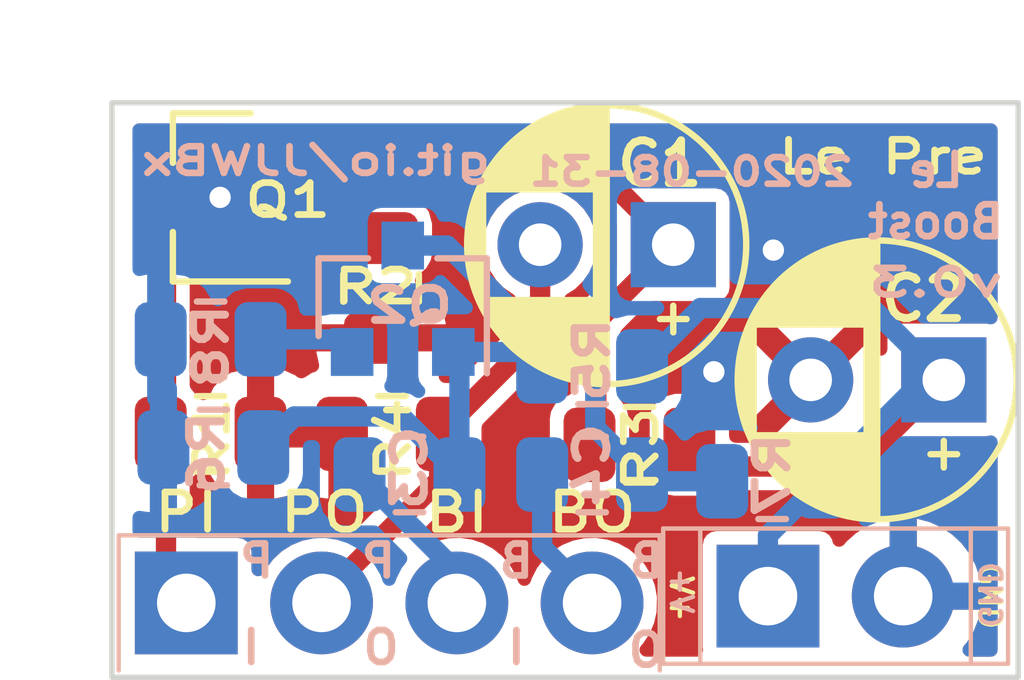
<source format=kicad_pcb>
(kicad_pcb (version 20200829) (generator pcbnew)

  (general
    (thickness 1.65)
  )

  (paper "A4")
  (layers
    (0 "F.Cu" signal)
    (31 "B.Cu" signal)
    (32 "B.Adhes" user)
    (33 "F.Adhes" user)
    (34 "B.Paste" user)
    (35 "F.Paste" user)
    (36 "B.SilkS" user)
    (37 "F.SilkS" user)
    (38 "B.Mask" user)
    (39 "F.Mask" user)
    (40 "Dwgs.User" user)
    (41 "Cmts.User" user)
    (42 "Eco1.User" user)
    (43 "Eco2.User" user)
    (44 "Edge.Cuts" user)
    (45 "Margin" user)
    (46 "B.CrtYd" user)
    (47 "F.CrtYd" user)
    (48 "B.Fab" user)
    (49 "F.Fab" user)
  )

  (setup
    (stackup
      (layer "F.SilkS" (type "Top Silk Screen") (color "White"))
      (layer "F.Paste" (type "Top Solder Paste"))
      (layer "F.Mask" (type "Top Solder Mask") (color "Green") (thickness 0.0254))
      (layer "F.Cu" (type "copper") (thickness 0.03556))
      (layer "dielectric 1" (type "core") (thickness 1.524) (material "FR4") (epsilon_r 4.5) (loss_tangent 0.02))
      (layer "B.Cu" (type "copper") (thickness 0.03556))
      (layer "B.Mask" (type "Bottom Solder Mask") (color "Green") (thickness 0.0254))
      (layer "B.Paste" (type "Bottom Solder Paste"))
      (layer "B.SilkS" (type "Bottom Silk Screen") (color "White"))
      (copper_finish "ENIG")
      (dielectric_constraints no)
    )
    (pcbplotparams
      (layerselection 0x010fc_ffffffff)
      (usegerberextensions false)
      (usegerberattributes true)
      (usegerberadvancedattributes true)
      (creategerberjobfile true)
      (svguseinch false)
      (svgprecision 6)
      (excludeedgelayer true)
      (linewidth 0.100000)
      (plotframeref false)
      (viasonmask false)
      (mode 1)
      (useauxorigin false)
      (hpglpennumber 1)
      (hpglpenspeed 20)
      (hpglpendiameter 15.000000)
      (psnegative false)
      (psa4output false)
      (plotreference true)
      (plotvalue true)
      (plotinvisibletext false)
      (sketchpadsonfab false)
      (subtractmaskfromsilk true)
      (outputformat 1)
      (mirror false)
      (drillshape 0)
      (scaleselection 1)
      (outputdirectory "Gerber/")
    )
  )

  (property "DATE" "2020-08-31")
  (property "REVISION" "v0.3")
  (property "TITLE" "Le Pre et Le Boost")

  (net 0 "")
  (net 1 "PRE_OUT")
  (net 2 "Net-(C1-Pad1)")
  (net 3 "GND")
  (net 4 "+9V")
  (net 5 "BOOST_IN")
  (net 6 "Net-(Q1-Pad1)")
  (net 7 "Net-(C3-Pad2)")
  (net 8 "Net-(C4-Pad1)")
  (net 9 "Net-(Q2-Pad2)")
  (net 10 "BOOST_OUT")
  (net 11 "PRE_IN")

  (module "rockola_kicad_footprints:CP_D5.0_P2.50" (layer "F.Cu") (tedit 5E95C663) (tstamp 200e723a-38bc-4956-8e56-9d6f3574887d)
    (at 142.494 101.854 180)
    (descr "CP, Radial series, Radial, pin pitch=2.50mm, , diameter=5mm, Electrolytic Capacitor")
    (tags "CP Radial series Radial pin pitch 2.50mm  diameter 5mm Electrolytic Capacitor")
    (property "Sheet file" "/mnt/Library/Electronics/src/le-pre-et-le-boost/le-pre-et-le-boost.kicad_sch")
    (property "Sheet name" "")
    (path "/36110588-0825-4182-b466-e9902b36e2c5")
    (attr through_hole)
    (fp_text reference "C1" (at 0.254 1.524 180) (layer "F.SilkS")
      (effects (font (size 0.8 0.8) (thickness 0.15)))
      (tstamp d0278ce8-1512-4b6f-9451-02fcaace9aaa)
    )
    (fp_text value "4u7" (at 1.25 3.75 180) (layer "F.Fab")
      (effects (font (size 1 1) (thickness 0.15)))
      (tstamp 4c92b788-6d0c-426b-bd6c-24def72ea3fc)
    )
    (fp_text user "${REFERENCE}" (at 1.25 0 180) (layer "F.Fab")
      (effects (font (size 1 1) (thickness 0.15)))
      (tstamp 4e1fb863-b94a-4cf4-835e-19a9a6481833)
    )
    (fp_line (start 2.371 1.04) (end 2.371 2.329) (layer "F.SilkS") (width 0.12) (tstamp 013a64bb-d30b-4edb-a4a6-5a6296465271))
    (fp_line (start 3.251 1.04) (end 3.251 1.653) (layer "F.SilkS") (width 0.12) (tstamp 026f4636-5d85-4157-ba4c-1e4fef024612))
    (fp_line (start 2.611 1.04) (end 2.611 2.2) (layer "F.SilkS") (width 0.12) (tstamp 03161ed5-f905-4a26-b85b-31a7c5501c5b))
    (fp_line (start 3.291 -1.605) (end 3.291 -1.04) (layer "F.SilkS") (width 0.12) (tstamp 03bafb78-5fe3-4305-a11f-2059729f5725))
    (fp_line (start 2.091 -2.442) (end 2.091 -1.04) (layer "F.SilkS") (width 0.12) (tstamp 058de3d5-53d7-4c0a-af64-e14449dfc2ba))
    (fp_line (start 1.69 1.04) (end 1.69 2.543) (layer "F.SilkS") (width 0.12) (tstamp 0c7a6cb7-db3d-4f60-a71a-f86581728b88))
    (fp_line (start 1.49 1.04) (end 1.49 2.569) (layer "F.SilkS") (width 0.12) (tstamp 0c916097-0af7-4893-ab3e-e5e82cb14790))
    (fp_line (start 2.971 1.04) (end 2.971 1.937) (layer "F.SilkS") (width 0.12) (tstamp 0dead4a4-f508-496c-8b87-bf64c25fcc01))
    (fp_line (start 2.691 -2.149) (end 2.691 -1.04) (layer "F.SilkS") (width 0.12) (tstamp 0e2f8c99-6fb6-4c31-a56e-f98dad55cc0a))
    (fp_line (start 2.571 -2.224) (end 2.571 -1.04) (layer "F.SilkS") (width 0.12) (tstamp 0f3a7813-13d0-4424-af94-906a71f46fb6))
    (fp_line (start 2.771 1.04) (end 2.771 2.095) (layer "F.SilkS") (width 0.12) (tstamp 1318c74e-90c8-4528-a9be-7e0a25886233))
    (fp_line (start 2.931 -1.971) (end 2.931 -1.04) (layer "F.SilkS") (width 0.12) (tstamp 189bb8a9-8017-4814-9c10-13e2122c501a))
    (fp_line (start 2.411 -2.31) (end 2.411 -1.04) (layer "F.SilkS") (width 0.12) (tstamp 1b0de308-393e-4713-95ea-c52ec2fb1726))
    (fp_line (start 1.61 1.04) (end 1.61 2.556) (layer "F.SilkS") (width 0.12) (tstamp 20a32dce-4c0a-4a6d-a465-4e56ea928f2a))
    (fp_line (start 1.81 1.04) (end 1.81 2.52) (layer "F.SilkS") (width 0.12) (tstamp 21df938b-1362-474b-a331-a9f383cf93e4))
    (fp_line (start 1.25 -2.58) (end 1.25 2.58) (layer "F.SilkS") (width 0.12) (tstamp 24b2ed71-c246-4a6f-8f3c-fc1229d67a64))
    (fp_line (start 1.49 -2.569) (end 1.49 -1.04) (layer "F.SilkS") (width 0.12) (tstamp 261c518b-4fd6-48b5-954f-d0d244fc59e3))
    (fp_line (start 3.371 -1.5) (end 3.371 -1.04) (layer "F.SilkS") (width 0.12) (tstamp 28225b7b-fa2f-48c1-80fc-e7734a268907))
    (fp_line (start 1.29 -2.58) (end 1.29 2.58) (layer "F.SilkS") (width 0.12) (tstamp 298185ed-3d2a-4ff4-8315-4b99eb0fbaf9))
    (fp_line (start 3.171 -1.743) (end 3.171 -1.04) (layer "F.SilkS") (width 0.12) (tstamp 2e2e49cf-5d00-43d3-beb3-f0e6bc75d296))
    (fp_line (start 3.251 -1.653) (end 3.251 -1.04) (layer "F.SilkS") (width 0.12) (tstamp 33f4af77-fa81-46f0-81a2-398039bb9300))
    (fp_line (start 2.491 1.04) (end 2.491 2.268) (layer "F.SilkS") (width 0.12) (tstamp 38863dc7-b640-4442-a81b-78ab510c304a))
    (fp_line (start 1.53 -2.565) (end 1.53 -1.04) (layer "F.SilkS") (width 0.12) (tstamp 39ce819a-7083-4ee4-a8c4-f4150b8dd41b))
    (fp_line (start 2.611 -2.2) (end 2.611 -1.04) (layer "F.SilkS") (width 0.12) (tstamp 3bd06c03-9941-47a9-a828-d6e0d0157e69))
    (fp_line (start 2.011 -2.468) (end 2.011 -1.04) (layer "F.SilkS") (width 0.12) (tstamp 3d397db5-fc72-496f-b29d-e5c0cc7baa39))
    (fp_line (start 2.531 1.04) (end 2.531 2.247) (layer "F.SilkS") (width 0.12) (tstamp 3dafa5be-e2ce-4055-a7ae-d2e82404d855))
    (fp_line (start 2.731 1.04) (end 2.731 2.122) (layer "F.SilkS") (width 0.12) (tstamp 3e27f33c-4cb6-482d-8bbe-b7cd84ff5469))
    (fp_line (start 2.091 1.04) (end 2.091 2.442) (layer "F.SilkS") (width 0.12) (tstamp 3f7bfc5f-3573-4842-a181-f2ee4c0fb05b))
    (fp_line (start 2.771 -2.095) (end 2.771 -1.04) (layer "F.SilkS") (width 0.12) (tstamp 3ff7b7a3-af1a-4e73-a59e-7b1551be6c13))
    (fp_line (start 3.531 -1.251) (end 3.531 -1.04) (layer "F.SilkS") (width 0.12) (tstamp 407f2749-a931-4609-ad95-89a29dc4e639))
    (fp_line (start 2.651 -2.175) (end 2.651 -1.04) (layer "F.SilkS") (width 0.12) (tstamp 40abff93-4fa9-4180-b991-9b1f1ecbfc15))
    (fp_line (start 3.611 -1.098) (end 3.611 1.098) (layer "F.SilkS") (width 0.12) (tstamp 4146c28b-08f3-4d8b-a23d-46e400c07a71))
    (fp_line (start 2.531 -2.247) (end 2.531 -1.04) (layer "F.SilkS") (width 0.12) (tstamp 428492de-3166-4a54-8044-69c25de931e5))
    (fp_line (start 2.731 -2.122) (end 2.731 -1.04) (layer "F.SilkS") (width 0.12) (tstamp 443f7499-7211-4a52-b4b5-6e65a65d5349))
    (fp_line (start 1.73 -2.536) (end 1.73 -1.04) (layer "F.SilkS") (width 0.12) (tstamp 4521542d-0b0a-4244-ae39-ee64f2cc3d2b))
    (fp_line (start 1.93 -2.491) (end 1.93 -1.04) (layer "F.SilkS") (width 0.12) (tstamp 4626fc8c-7f50-4255-a3f4-7bf7f4a86846))
    (fp_line (start 2.331 1.04) (end 2.331 2.348) (layer "F.SilkS") (width 0.12) (tstamp 46fc9851-28a4-469d-b5bb-521a4157955b))
    (fp_line (start 2.451 -2.29) (end 2.451 -1.04) (layer "F.SilkS") (width 0.12) (tstamp 4702c537-3fd8-4848-8e25-606b142ff128))
    (fp_line (start 2.931 1.04) (end 2.931 1.971) (layer "F.SilkS") (width 0.12) (tstamp 47e7cedd-5510-4492-932c-035c670a79dd))
    (fp_line (start 3.091 -1.826) (end 3.091 -1.04) (layer "F.SilkS") (width 0.12) (tstamp 4a84dfd0-d836-4d10-92c2-1b91bfb1e063))
    (fp_line (start 3.131 -1.785) (end 3.131 -1.04) (layer "F.SilkS") (width 0.12) (tstamp 4ef2b578-f3d6-4f25-99b2-9ab53852fb83))
    (fp_line (start 2.851 1.04) (end 2.851 2.035) (layer "F.SilkS") (width 0.12) (tstamp 500638fc-eca6-402b-901b-197104bc09ef))
    (fp_line (start 1.89 -2.501) (end 1.89 -1.04) (layer "F.SilkS") (width 0.12) (tstamp 51cd0ba3-bba1-4fe1-aa08-336110cfc26c))
    (fp_line (start 1.69 -2.543) (end 1.69 -1.04) (layer "F.SilkS") (width 0.12) (tstamp 55dc82d0-b575-485d-b43b-859d8b180755))
    (fp_line (start 3.731 -0.805) (end 3.731 0.805) (layer "F.SilkS") (width 0.12) (tstamp 5672da08-a8f4-49e9-948e-7ca5b9c61cef))
    (fp_line (start 1.89 1.04) (end 1.89 2.501) (layer "F.SilkS") (width 0.12) (tstamp 59a0d5e0-be4a-4cd3-8b77-c192e323dc15))
    (fp_line (start 2.251 1.04) (end 2.251 2.382) (layer "F.SilkS") (width 0.12) (tstamp 5f2f0c44-9b7a-44f7-8b5d-7504254732ff))
    (fp_line (start 1.81 -2.52) (end 1.81 -1.04) (layer "F.SilkS") (width 0.12) (tstamp 6097a601-11a0-4333-99e0-89d030c04f06))
    (fp_line (start 2.411 1.04) (end 2.411 2.31) (layer "F.SilkS") (width 0.12) (tstamp 65bb7928-8468-493f-8d10-f711abf18a99))
    (fp_line (start -0.25 -1.397) (end 0.25 -1.397) (layer "F.SilkS") (width 0.12) (tstamp 70b72a29-3510-4518-a9e9-41ba42241626))
    (fp_line (start 2.451 1.04) (end 2.451 2.29) (layer "F.SilkS") (width 0.12) (tstamp 7333cd8b-b3e5-478f-9954-32d74e85b1c3))
    (fp_line (start 3.531 1.04) (end 3.531 1.251) (layer "F.SilkS") (width 0.12) (tstamp 7416e043-4da9-41d7-a16a-145e302a5e43))
    (fp_line (start 1.85 1.04) (end 1.85 2.511) (layer "F.SilkS") (width 0.12) (tstamp 754a1c46-99d8-4fd3-b6af-d66cb55b9e94))
    (fp_line (start 3.411 -1.443) (end 3.411 -1.04) (layer "F.SilkS") (width 0.12) (tstamp 762d4606-e3b5-498a-aba4-6b0bfce98b06))
    (fp_line (start 0 -1.647) (end 0 -1.147) (layer "F.SilkS") (width 0.12) (tstamp 7716d719-dd85-476d-bcf7-9eba583e4587))
    (fp_line (start 1.57 1.04) (end 1.57 2.561) (layer "F.SilkS") (width 0.12) (tstamp 7a280a3f-23d3-4e4b-aa18-3da68dbfdbf0))
    (fp_line (start 2.211 -2.398) (end 2.211 -1.04) (layer "F.SilkS") (width 0.12) (tstamp 7bd3d5e4-9330-49a5-a295-1642cc7ac3d6))
    (fp_line (start 3.171 1.04) (end 3.171 1.743) (layer "F.SilkS") (width 0.12) (tstamp 7e3812c4-471f-43fb-8a54-fb61af53af4c))
    (fp_line (start 2.971 -1.937) (end 2.971 -1.04) (layer "F.SilkS") (width 0.12) (tstamp 807926ba-59a6-4b7b-bf6c-d54f147151f2))
    (fp_line (start 3.491 1.04) (end 3.491 1.319) (layer "F.SilkS") (width 0.12) (tstamp 85fe466c-8b7c-46ef-952f-804b40ce9c35))
    (fp_line (start 1.37 -2.578) (end 1.37 2.578) (layer "F.SilkS") (width 0.12) (tstamp 88f3ae8d-5d61-485a-8199-bfb059e9d54b))
    (fp_line (start 2.891 -2.004) (end 2.891 -1.04) (layer "F.SilkS") (width 0.12) (tstamp 890bb1e7-5983-4e8e-ab2b-297443ba05ff))
    (fp_line (start 2.491 -2.268) (end 2.491 -1.04) (layer "F.SilkS") (width 0.12) (tstamp 8a2b2c25-1905-4217-a2e4-73cb7846301e))
    (fp_line (start 2.691 1.04) (end 2.691 2.149) (layer "F.SilkS") (width 0.12) (tstamp 8c4e8451-9452-445f-afa9-08ca6cc11d11))
    (fp_line (start 1.65 -2.55) (end 1.65 -1.04) (layer "F.SilkS") (width 0.12) (tstamp 8c7d6047-9f6b-4bb4-a248-12dc4e47e75c))
    (fp_line (start 3.051 1.04) (end 3.051 1.864) (layer "F.SilkS") (width 0.12) (tstamp 8e61e32d-25c1-4946-8525-505606c83155))
    (fp_line (start 1.971 -2.48) (end 1.971 -1.04) (layer "F.SilkS") (width 0.12) (tstamp 92724505-81b2-4e4f-8f1d-915ef164f97d))
    (fp_line (start 3.771 -0.677) (end 3.771 0.677) (layer "F.SilkS") (width 0.12) (tstamp 934f585d-bf71-4998-80e5-a46c09433367))
    (fp_line (start 3.331 -1.554) (end 3.331 -1.04) (layer "F.SilkS") (width 0.12) (tstamp 9a1645c9-f252-40b1-bc28-11f617e24e68))
    (fp_line (start 1.57 -2.561) (end 1.57 -1.04) (layer "F.SilkS") (width 0.12) (tstamp 9a6b186d-dd27-49fa-a976-bef9eb62188b))
    (fp_line (start 2.171 -2.414) (end 2.171 -1.04) (layer "F.SilkS") (width 0.12) (tstamp 9c66083d-85e4-4ab3-b85c-f5d6db652fdc))
    (fp_line (start 3.091 1.04) (end 3.091 1.826) (layer "F.SilkS") (width 0.12) (tstamp 9cb391cd-2ed6-4d1f-b5d3-a15afaff8c8b))
    (fp_line (start 1.85 -2.511) (end 1.85 -1.04) (layer "F.SilkS") (width 0.12) (tstamp 9e993400-ab94-4e67-9744-2f58faf75256))
    (fp_line (start 2.651 1.04) (end 2.651 2.175) (layer "F.SilkS") (width 0.12) (tstamp 9f6bd432-6563-4cfc-956a-737f198aa532))
    (fp_line (start 2.571 1.04) (end 2.571 2.224) (layer "F.SilkS") (width 0.12) (tstamp a37c8edd-8539-4d64-99f3-e5f14278d4c2))
    (fp_line (start 3.211 1.04) (end 3.211 1.699) (layer "F.SilkS") (width 0.12) (tstamp a503592b-3303-45dc-ab4f-72d4456813dd))
    (fp_line (start 1.93 1.04) (end 1.93 2.491) (layer "F.SilkS") (width 0.12) (tstamp a5815626-4e0f-47e0-9b8b-4c2d8480be93))
    (fp_line (start 3.691 -0.915) (end 3.691 0.915) (layer "F.SilkS") (width 0.12) (tstamp a7770a20-f586-4729-9ba8-066f8244bbb3))
    (fp_line (start 2.211 1.04) (end 2.211 2.398) (layer "F.SilkS") (width 0.12) (tstamp a8504756-e17b-4c8a-b7f9-d46126d3f49d))
    (fp_line (start 1.61 -2.556) (end 1.61 -1.04) (layer "F.SilkS") (width 0.12) (tstamp a9a7433b-d18c-404e-b37a-7d8a5b73e9b9))
    (fp_line (start 3.851 -0.284) (end 3.851 0.284) (layer "F.SilkS") (width 0.12) (tstamp aa55c382-f227-4191-b6ea-c350e76ea21b))
    (fp_line (start 1.73 1.04) (end 1.73 2.536) (layer "F.SilkS") (width 0.12) (tstamp ace59ee6-9d29-4a14-bb9d-3cde8175c9a3))
    (fp_line (start 2.291 -2.365) (end 2.291 -1.04) (layer "F.SilkS") (width 0.12) (tstamp af7b386f-d8d6-453e-b208-e0d2e35cd349))
    (fp_line (start 2.171 1.04) (end 2.171 2.414) (layer "F.SilkS") (width 0.12) (tstamp b020e167-3436-405b-a2fa-03cfe487b635))
    (fp_line (start 3.131 1.04) (end 3.131 1.785) (layer "F.SilkS") (width 0.12) (tstamp b11e9469-95f6-43e0-a828-3a0e44333493))
    (fp_line (start 2.851 -2.035) (end 2.851 -1.04) (layer "F.SilkS") (width 0.12) (tstamp b248339a-e484-43d9-a4c5-c46aea3902d4))
    (fp_line (start 2.051 -2.455) (end 2.051 -1.04) (layer "F.SilkS") (width 0.12) (tstamp b64c902f-57c1-4a73-b5fb-141e217dbf62))
    (fp_line (start 2.051 1.04) (end 2.051 2.455) (layer "F.SilkS") (width 0.12) (tstamp b84e3da3-b510-4c20-93b7-fa9a2c56f387))
    (fp_line (start 1.45 -2.573) (end 1.45 2.573) (layer "F.SilkS") (width 0.12) (tstamp bd0ddcd7-a708-49e1-a110-16f48b12ce83))
    (fp_line (start 1.77 -2.528) (end 1.77 -1.04) (layer "F.SilkS") (width 0.12) (tstamp c40b87b9-a1b9-48b7-b68a-bae9c6b18006))
    (fp_line (start 3.211 -1.699) (end 3.211 -1.04) (layer "F.SilkS") (width 0.12) (tstamp c5ea67be-4b1e-4024-977c-70909aef5bca))
    (fp_line (start 2.371 -2.329) (end 2.371 -1.04) (layer "F.SilkS") (width 0.12) (tstamp c8124ac9-104d-451e-8746-38818afbc548))
    (fp_line (start 3.411 1.04) (end 3.411 1.443) (layer "F.SilkS") (width 0.12) (tstamp ca23686b-d602-4d3a-b080-91fb5b0ce031))
    (fp_line (start 3.331 1.04) (end 3.331 1.554) (layer "F.SilkS") (width 0.12) (tstamp cb0376d2-c34b-41ae-af30-2e873bf3731e))
    (fp_line (start 3.451 1.04) (end 3.451 1.383) (layer "F.SilkS") (width 0.12) (tstamp ccdbceb5-b512-4775-83ed-4bda38a291bd))
    (fp_line (start 3.011 1.04) (end 3.011 1.901) (layer "F.SilkS") (width 0.12) (tstamp ce90abcb-284d-4569-9b0b-dd0a4e851e98))
    (fp_line (start 2.291 1.04) (end 2.291 2.365) (layer "F.SilkS") (width 0.12) (tstamp cfa35f2b-2fda-475f-967f-0558aebca4f9))
    (fp_line (start 1.33 -2.579) (end 1.33 2.579) (layer "F.SilkS") (width 0.12) (tstamp d366c2d4-fef6-465d-a728-c36f89525a6c))
    (fp_line (start 3.051 -1.864) (end 3.051 -1.04) (layer "F.SilkS") (width 0.12) (tstamp d5e1f7d5-2086-49fa-b70a-a9554d82d63b))
    (fp_line (start 2.131 1.04) (end 2.131 2.428) (layer "F.SilkS") (width 0.12) (tstamp d8888b99-1c1f-40d7-8318-8e3630570f09))
    (fp_line (start 3.291 1.04) (end 3.291 1.605) (layer "F.SilkS") (width 0.12) (tstamp d88f8d59-35b2-4557-95af-ae3c416c115f))
    (fp_line (start 1.971 1.04) (end 1.971 2.48) (layer "F.SilkS") (width 0.12) (tstamp dc7236f3-0dd3-436f-8d06-b1e109f80979))
    (fp_line (start 1.53 1.04) (end 1.53 2.565) (layer "F.SilkS") (width 0.12) (tstamp dedc051a-15ae-489e-96eb-62f7d3262f36))
    (fp_line (start 2.891 1.04) (end 2.891 2.004) (layer "F.SilkS") (width 0.12) (tstamp e15327df-0646-4c39-85f0-380208e9c1fe))
    (fp_line (start 3.651 -1.011) (end 3.651 1.011) (layer "F.SilkS") (width 0.12) (tstamp e1c814e1-85f7-493d-af16-c7ed6b4d22fd))
    (fp_line (start 2.811 1.04) (end 2.811 2.065) (layer "F.SilkS") (width 0.12) (tstamp e2249227-3287-445e-9060-2d19b8761051))
    (fp_line (start 1.65 1.04) (end 1.65 2.55) (layer "F.SilkS") (width 0.12) (tstamp e2bcc006-949a-4698-bb79-e14e0bfee98e))
    (fp_line (start 2.251 -2.382) (end 2.251 -1.04) (layer "F.SilkS") (width 0.12) (tstamp e4cf58d6-0055-4280-bcc5-bd6df92be6e7))
    (fp_line (start 1.41 -2.576) (end 1.41 2.576) (layer "F.SilkS") (width 0.12) (tstamp e4f584be-7e9b-4176-8758-b45bebe5e654))
    (fp_line (start 2.131 -2.428) (end 2.131 -1.04) (layer "F.SilkS") (width 0.12) (tstamp e7cde886-066f-4064-8709-2a397e736221))
    (fp_line (start 3.571 -1.178) (end 3.571 1.178) (layer "F.SilkS") (width 0.12) (tstamp ea6731e5-b840-4443-8ce0-194284d1d9dc))
    (fp_line (start 3.451 -1.383) (end 3.451 -1.04) (layer "F.SilkS") (width 0.12) (tstamp ee0eb3b3-677d-4a6f-b81a-f00ee42d7d03))
    (fp_line (start 1.77 1.04) (end 1.77 2.528) (layer "F.SilkS") (width 0.12) (tstamp eed09bb0-a587-43ee-961b-75ac9ced0ace))
    (fp_line (start 3.371 1.04) (end 3.371 1.5) (layer "F.SilkS") (width 0.12) (tstamp f0552062-0c4e-4fb4-be08-5a5f18421fc5))
    (fp_line (start 2.331 -2.348) (end 2.331 -1.04) (layer "F.SilkS") (width 0.12) (tstamp f1edf8fa-838f-4632-82cf-e982e690de53))
    (fp_line (start 3.011 -1.901) (end 3.011 -1.04) (layer "F.SilkS") (width 0.12) (tstamp f51809d7-4ccc-4207-ad69-be47d7d8022b))
    (fp_line (start 3.491 -1.319) (end 3.491 -1.04) (layer "F.SilkS") (width 0.12) (tstamp f7bfb9f0-d7c0-412f-8af8-68468566f4c0))
    (fp_line (start 2.011 1.04) (end 2.011 2.468) (layer "F.SilkS") (width 0.12) (tstamp f8f04830-bca6-4af0-8abb-116cb1c33a8c))
    (fp_line (start 3.811 -0.518) (end 3.811 0.518) (layer "F.SilkS") (width 0.12) (tstamp f9d9b00b-4083-43f7-91a4-6a95fcac9f68))
    (fp_line (start 2.811 -2.065) (end 2.811 -1.04) (layer "F.SilkS") (width 0.12) (tstamp fccb490e-fb25-43aa-b20d-645572c3433a))
    (fp_circle (center 1.25 0) (end 3.87 0) (layer "F.SilkS") (width 0.12) (tstamp 4e9173bb-3f6a-4880-b3a3-bd482f851d86))
    (fp_circle (center 1.25 0) (end 4 0) (layer "F.CrtYd") (width 0.05) (tstamp bbafade4-6bd1-4743-94e5-81b8af3797b2))
    (fp_line (start -0.883605 -1.0875) (end -0.383605 -1.0875) (layer "F.Fab") (width 0.1) (tstamp 7492b3c3-d245-41bb-9bdd-fab60cc61c36))
    (fp_line (start -0.633605 -1.3375) (end -0.633605 -0.8375) (layer "F.Fab") (width 0.1) (tstamp a17406e7-2941-4249-9138-35285ff36742))
    (fp_circle (center 1.25 0) (end 3.75 0) (layer "F.Fab") (width 0.1) (tstamp 701e80fa-99c2-4e92-b252-f276a7254810))
    (pad "1" thru_hole rect (at 0 0 180) (size 1.6 1.6) (drill 0.8) (layers *.Cu *.Mask)
      (net 2 "Net-(C1-Pad1)") (tstamp 6b6a4dec-d0ae-4776-9cf6-b666df3a8b8f))
    (pad "2" thru_hole circle (at 2.5 0 180) (size 1.6 1.6) (drill 0.8) (layers *.Cu *.Mask)
      (net 1 "PRE_OUT") (tstamp ca77b50f-a044-4ef2-bce1-832be5e84b46))
    (model "${KISYS3DMOD}/Capacitor_THT.3dshapes/CP_Radial_D5.0mm_P2.50mm.wrl"
      (offset (xyz 0 0 0))
      (scale (xyz 1 1 1))
      (rotate (xyz 0 0 0))
    )
  )

  (module "rockola_kicad_footprints:Power_Header_2pin_VERTICAL_ALT" (layer "F.Cu") (tedit 5E6CC24E) (tstamp 5e5869a4-b2f9-4b26-b6c9-6435a88fb24a)
    (at 145.542 109.728 -90)
    (property "Sheet file" "/mnt/Library/Electronics/src/le-pre-et-le-boost/le-pre-et-le-boost.kicad_sch")
    (property "Sheet name" "")
    (path "/19773991-f5a5-494e-8ae8-7d86acbeafb7")
    (attr through_hole)
    (fp_text reference "J1" (at 2.032 0) (layer "B.SilkS") hide
      (effects (font (size 0.8 0.8) (thickness 0.15)) (justify mirror))
      (tstamp 3f90ff03-d88c-4e9b-bc06-cbf0b9f1f249)
    )
    (fp_text value "Power In" (at 2.032 0) (layer "F.SilkS") hide
      (effects (font (size 0.8 0.8) (thickness 0.15)))
      (tstamp 46e24093-9fa0-4760-a335-3ffc72a1e1bf)
    )
    (fp_text user "GND" (at -1.2954 -2.8956 -90 unlocked) (layer "B.SilkS")
      (effects (font (size 0.4 0.4) (thickness 0.08)) (justify mirror))
      (tstamp 315a51ed-45d4-4cac-aec4-c0c39bfecd0a)
    )
    (fp_text user "V+" (at -1.3716 2.8956 -90 unlocked) (layer "B.SilkS")
      (effects (font (size 0.4 0.4) (thickness 0.08)) (justify mirror))
      (tstamp 89bc9ced-3fee-48a2-b93d-ff891ca92b8b)
    )
    (fp_text user "GND" (at -1.27 -2.8956 -90 unlocked) (layer "F.SilkS")
      (effects (font (size 0.4 0.4) (thickness 0.08)))
      (tstamp 4817f07a-5041-4cbd-9e5f-15406c5bc9f6)
    )
    (fp_text user "V+" (at -1.2192 2.8956 -90 unlocked) (layer "F.SilkS")
      (effects (font (size 0.4 0.4) (thickness 0.08)))
      (tstamp a0a4ef96-e0b0-4842-a817-ddf16c0a26be)
    )
    (fp_line (start -2.54 -3.2385) (end -2.54 3.2385) (layer "B.SilkS") (width 0.08) (tstamp 1f46da9b-3893-4a17-bd4f-708c8c768509))
    (fp_line (start 0 3.2385) (end 0 -3.2385) (layer "B.SilkS") (width 0.08) (tstamp 3a2646f4-801c-497d-aa0e-3967fb1fbe6a))
    (fp_line (start 0 3.2385) (end -2.54 3.2385) (layer "B.SilkS") (width 0.08) (tstamp 757f25b8-8af9-4872-97b1-2666016397c3))
    (fp_line (start 0 2.54) (end -2.54 2.54) (layer "B.SilkS") (width 0.08) (tstamp 806feb60-b8b0-476e-99c6-130e10a2b1b9))
    (fp_line (start -2.54 -3.2385) (end 0 -3.2385) (layer "B.SilkS") (width 0.08) (tstamp b45558fb-89dd-401c-9dcc-97e385187ed2))
    (fp_line (start 0 -2.54) (end -2.54 -2.54) (layer "B.SilkS") (width 0.08) (tstamp fd134702-8696-447c-9d37-e1f1fb47615d))
    (fp_line (start 0 -3.2385) (end -2.54 -3.2385) (layer "F.SilkS") (width 0.08) (tstamp 0d867fcd-e7a0-4c0e-886f-6dab330797f3))
    (fp_line (start 0 -3.2385) (end 0 3.2385) (layer "F.SilkS") (width 0.08) (tstamp 0f1ce715-36ca-4569-9cd8-bd7c726f7099))
    (fp_line (start 0 -2.54) (end -2.54 -2.54) (layer "F.SilkS") (width 0.08) (tstamp 96f5367b-f5d3-4ffe-899a-995ca411561e))
    (fp_line (start 0 2.54) (end -2.54 2.54) (layer "F.SilkS") (width 0.08) (tstamp 9d8eb421-e681-47fd-ae6f-3e8da2c7bab5))
    (fp_line (start -2.54 3.2385) (end -2.54 -3.2385) (layer "F.SilkS") (width 0.08) (tstamp a5920c9c-6ef6-4134-a9ad-09426d440ce1))
    (fp_line (start 0 3.2385) (end -2.54 3.2385) (layer "F.SilkS") (width 0.08) (tstamp b291a73a-9fa4-43be-a747-997d5cd0f000))
    (pad "1" thru_hole rect (at -1.27 1.27) (size 1.9304 1.9304) (drill 1.1) (layers *.Cu *.Mask)
      (net 4 "+9V") (tstamp 53516854-36da-41c6-866b-215542e6ca4b))
    (pad "2" thru_hole oval (at -1.27 -1.27) (size 1.9304 1.9304) (drill 1.1) (layers *.Cu *.Mask)
      (net 3 "GND") (tstamp 16c755d5-e1d9-428d-94b7-472c442f0127))
  )

  (module "rockola_kicad_footprints:Stomp_4pin_ALT2" (layer "F.Cu") (tedit 5E85F9AD) (tstamp 63ce3743-cad2-4442-b789-cea6f8262bf5)
    (at 137.16 108.585)
    (property "Sheet file" "/mnt/Library/Electronics/src/le-pre-et-le-boost/le-pre-et-le-boost.kicad_sch")
    (property "Sheet name" "")
    (path "/ceb8c0f2-7939-4919-8be0-8ef8363063fe")
    (attr through_hole)
    (fp_text reference "J2" (at 0 -3.302 180) (layer "B.SilkS") hide
      (effects (font (size 0.9652 0.9652) (thickness 0.08128)) (justify mirror))
      (tstamp ea054b3c-a1d9-4b6e-b2c2-4ea573c9f6cc)
    )
    (fp_text value "Conn_01x04_Female" (at 0 4.318 180) (layer "F.SilkS") hide
      (effects (font (size 1.524 1.524) (thickness 0.15)))
      (tstamp 69cee35b-5641-4311-8c61-4b337da5e191)
    )
    (fp_line (start -5.08 1.27) (end -5.08 -1.27) (layer "B.SilkS") (width 0.08) (tstamp a68e66a6-538a-424c-8126-1bef0c9c8b43))
    (fp_line (start 5.08 -1.27) (end -5.08 -1.27) (layer "B.SilkS") (width 0.08) (tstamp bdc39a35-384d-4ef8-b706-e404675e9d03))
    (fp_line (start 5.08 1.27) (end 5.08 -1.27) (layer "B.SilkS") (width 0.08) (tstamp fd8d3d72-adcc-4530-b935-770f4a3d9b6d))
    (fp_line (start -5.08 1.27) (end -5.08 -1.27) (layer "F.SilkS") (width 0.08) (tstamp 3d6de9d2-e59d-4abc-b9f5-c68097963a19))
    (fp_line (start 5.08 1.27) (end 5.08 -1.27) (layer "F.SilkS") (width 0.08) (tstamp 6a244863-55c6-4e12-bec2-201a26d4766f))
    (fp_line (start -5.08 -1.27) (end 5.08 -1.27) (layer "F.SilkS") (width 0.08) (tstamp fef8ff30-22c5-4859-8686-8bd4c16b918c))
    (pad "1" thru_hole rect (at -3.81 0) (size 1.9304 1.9304) (drill 1.1) (layers *.Cu *.Mask)
      (net 11 "PRE_IN") (pinfunction "Pin_1") (tstamp 99296de0-4ce2-4a9e-bf21-c6e8ed77294e))
    (pad "2" thru_hole oval (at -1.27 0) (size 1.9304 1.9304) (drill 1.1) (layers *.Cu *.Mask)
      (net 1 "PRE_OUT") (pinfunction "Pin_2") (tstamp 7ff07877-ddb1-4ef9-9b71-5ca069de64db))
    (pad "3" thru_hole oval (at 1.27 0) (size 1.9304 1.9304) (drill 1.1) (layers *.Cu *.Mask)
      (net 5 "BOOST_IN") (pinfunction "Pin_3") (tstamp 9d93b856-97e8-46ab-a4c9-15e8ec69b60c))
    (pad "4" thru_hole oval (at 3.81 0) (size 1.9304 1.9304) (drill 1.1) (layers *.Cu *.Mask)
      (net 10 "BOOST_OUT") (pinfunction "Pin_4") (tstamp 03019f5c-fc28-4080-9796-4f9c15fef55d))
  )

  (module "rockola_kicad_footprints:CP_D5.0_P2.50" (layer "F.Cu") (tedit 5E95C663) (tstamp 80ed7d55-2cc8-4f41-b109-16403596f698)
    (at 147.574 104.394 180)
    (descr "CP, Radial series, Radial, pin pitch=2.50mm, , diameter=5mm, Electrolytic Capacitor")
    (tags "CP Radial series Radial pin pitch 2.50mm  diameter 5mm Electrolytic Capacitor")
    (property "Sheet file" "/mnt/Library/Electronics/src/le-pre-et-le-boost/le-pre-et-le-boost.kicad_sch")
    (property "Sheet name" "")
    (path "/ba94558b-faec-44c7-9118-0a8c9c30dc73")
    (attr through_hole)
    (fp_text reference "C2" (at 0.381 1.524 180) (layer "F.SilkS")
      (effects (font (size 0.8 0.8) (thickness 0.15)))
      (tstamp 115a4450-df4e-4651-a46f-126717af181f)
    )
    (fp_text value "10u" (at 1.25 3.75 180) (layer "F.Fab")
      (effects (font (size 1 1) (thickness 0.15)))
      (tstamp 53cd4306-e43b-401d-abff-a3f0fe0c64c6)
    )
    (fp_text user "${REFERENCE}" (at 1.25 0 180) (layer "F.Fab")
      (effects (font (size 1 1) (thickness 0.15)))
      (tstamp 7b8cd4ac-12f5-4bc6-8f98-311888b069fc)
    )
    (fp_line (start 3.571 -1.178) (end 3.571 1.178) (layer "F.SilkS") (width 0.12) (tstamp 0313d7a9-84b3-4d6f-b582-56c9665cb58a))
    (fp_line (start 1.77 1.04) (end 1.77 2.528) (layer "F.SilkS") (width 0.12) (tstamp 05b096d5-5f15-41e4-b3f7-54aa143e1c3d))
    (fp_line (start 3.091 -1.826) (end 3.091 -1.04) (layer "F.SilkS") (width 0.12) (tstamp 0825c2de-f168-490c-b247-685c6d4c3a1f))
    (fp_line (start 2.011 1.04) (end 2.011 2.468) (layer "F.SilkS") (width 0.12) (tstamp 082c4b84-190e-49cd-aadb-36be3cf641a7))
    (fp_line (start 2.651 -2.175) (end 2.651 -1.04) (layer "F.SilkS") (width 0.12) (tstamp 0849d17a-620c-4b3d-946a-fe06eee92c56))
    (fp_line (start 1.37 -2.578) (end 1.37 2.578) (layer "F.SilkS") (width 0.12) (tstamp 08688358-7fc7-48f2-9ca5-433f209a5b09))
    (fp_line (start 2.811 -2.065) (end 2.811 -1.04) (layer "F.SilkS") (width 0.12) (tstamp 097fd574-3e83-4df1-b004-986755344adb))
    (fp_line (start 2.931 1.04) (end 2.931 1.971) (layer "F.SilkS") (width 0.12) (tstamp 0b1073fe-ca20-47be-9566-435f6a116392))
    (fp_line (start 1.49 -2.569) (end 1.49 -1.04) (layer "F.SilkS") (width 0.12) (tstamp 0b68edb5-ec45-44e9-bd13-f3a5de212be5))
    (fp_line (start 3.011 1.04) (end 3.011 1.901) (layer "F.SilkS") (width 0.12) (tstamp 12552768-75e4-40b6-84cc-91198cd3cfc8))
    (fp_line (start 1.971 -2.48) (end 1.971 -1.04) (layer "F.SilkS") (width 0.12) (tstamp 127c3cd2-6397-4d76-b25e-fd0ec44f5f79))
    (fp_line (start 2.971 -1.937) (end 2.971 -1.04) (layer "F.SilkS") (width 0.12) (tstamp 13b26c19-806f-4020-bbc8-05c21094efaa))
    (fp_line (start 1.41 -2.576) (end 1.41 2.576) (layer "F.SilkS") (width 0.12) (tstamp 14d616a6-7da7-49dc-9873-27c62fae5e6b))
    (fp_line (start 3.371 -1.5) (end 3.371 -1.04) (layer "F.SilkS") (width 0.12) (tstamp 17edfdd7-0a9d-4c65-b529-5185802619b6))
    (fp_line (start 2.891 -2.004) (end 2.891 -1.04) (layer "F.SilkS") (width 0.12) (tstamp 182e9bc9-87c1-4750-b03d-d950095e55b3))
    (fp_line (start 3.411 -1.443) (end 3.411 -1.04) (layer "F.SilkS") (width 0.12) (tstamp 1ba455a6-be77-47c3-acf8-ff7bbd1d9e33))
    (fp_line (start 2.371 1.04) (end 2.371 2.329) (layer "F.SilkS") (width 0.12) (tstamp 1d97823a-bfc3-4416-b497-13114bc3e477))
    (fp_line (start 3.291 -1.605) (end 3.291 -1.04) (layer "F.SilkS") (width 0.12) (tstamp 22933002-a422-4874-bdf0-3d3a16f49802))
    (fp_line (start 3.611 -1.098) (end 3.611 1.098) (layer "F.SilkS") (width 0.12) (tstamp 23cb981b-7752-4910-8e98-5408c2b4b343))
    (fp_line (start 1.93 1.04) (end 1.93 2.491) (layer "F.SilkS") (width 0.12) (tstamp 280f6ec6-1200-4569-8b82-e2c7c52bbfa9))
    (fp_line (start 1.57 -2.561) (end 1.57 -1.04) (layer "F.SilkS") (width 0.12) (tstamp 294dec71-a874-45f4-b759-041ec12e095c))
    (fp_line (start 1.89 1.04) (end 1.89 2.501) (layer "F.SilkS") (width 0.12) (tstamp 2b43c32a-43fd-4a90-bc4f-d4567369b893))
    (fp_line (start 2.771 1.04) (end 2.771 2.095) (layer "F.SilkS") (width 0.12) (tstamp 2d59d01f-f484-4ac4-9481-1b68a376eac2))
    (fp_line (start 3.451 -1.383) (end 3.451 -1.04) (layer "F.SilkS") (width 0.12) (tstamp 2d7bc5f7-18b8-4d80-b783-132c7ddd689b))
    (fp_line (start 2.691 1.04) (end 2.691 2.149) (layer "F.SilkS") (width 0.12) (tstamp 2d802ae7-8733-402f-802f-c95bfc5238f5))
    (fp_line (start 3.291 1.04) (end 3.291 1.605) (layer "F.SilkS") (width 0.12) (tstamp 2e223539-5961-43f3-a261-075687a40252))
    (fp_line (start 1.61 -2.556) (end 1.61 -1.04) (layer "F.SilkS") (width 0.12) (tstamp 2e884c5e-9af7-4cd7-a2dc-6e1ce9e7cd0d))
    (fp_line (start 2.731 1.04) (end 2.731 2.122) (layer "F.SilkS") (width 0.12) (tstamp 2f9b5867-4523-4966-a76c-a1d5d68ae036))
    (fp_line (start -0.25 -1.397) (end 0.25 -1.397) (layer "F.SilkS") (width 0.12) (tstamp 33f1c12e-ec28-4932-85f4-15b7b4a2b7f7))
    (fp_line (start 2.131 1.04) (end 2.131 2.428) (layer "F.SilkS") (width 0.12) (tstamp 33f8fada-ec4e-4db0-8c90-df86651dd2dd))
    (fp_line (start 0 -1.647) (end 0 -1.147) (layer "F.SilkS") (width 0.12) (tstamp 344eb906-d9e9-47b7-8e2f-c1f847c8ae0d))
    (fp_line (start 3.491 1.04) (end 3.491 1.319) (layer "F.SilkS") (width 0.12) (tstamp 352613c0-7c12-4dee-825f-124ce18abba6))
    (fp_line (start 2.051 -2.455) (end 2.051 -1.04) (layer "F.SilkS") (width 0.12) (tstamp 360105d9-f590-45a3-a931-04621be1e4af))
    (fp_line (start 1.85 -2.511) (end 1.85 -1.04) (layer "F.SilkS") (width 0.12) (tstamp 3a960315-290c-44a7-846a-38f92925815e))
    (fp_line (start 3.171 1.04) (end 3.171 1.743) (layer "F.SilkS") (width 0.12) (tstamp 3b41b7d8-c8e7-4403-9ab6-367d821a3727))
    (fp_line (start 2.611 1.04) (end 2.611 2.2) (layer "F.SilkS") (width 0.12) (tstamp 3b5514a0-aa43-4953-8691-95348e8ffb15))
    (fp_line (start 3.171 -1.743) (end 3.171 -1.04) (layer "F.SilkS") (width 0.12) (tstamp 42734b7b-2a75-4904-b523-dbe1b1aed9db))
    (fp_line (start 2.051 1.04) (end 2.051 2.455) (layer "F.SilkS") (width 0.12) (tstamp 44764b29-906c-4133-ba73-df636c73320a))
    (fp_line (start 1.53 1.04) (end 1.53 2.565) (layer "F.SilkS") (width 0.12) (tstamp 46d8f228-c319-4582-9ca6-be4f27abbfd5))
    (fp_line (start 2.411 -2.31) (end 2.411 -1.04) (layer "F.SilkS") (width 0.12) (tstamp 54fe3365-ed0e-401c-948a-abece82d5874))
    (fp_line (start 2.891 1.04) (end 2.891 2.004) (layer "F.SilkS") (width 0.12) (tstamp 5882ba28-6afb-498e-bc8b-852e3b225e03))
    (fp_line (start 2.651 1.04) (end 2.651 2.175) (layer "F.SilkS") (width 0.12) (tstamp 5a1b0cb1-02c4-47bb-91e0-e20d14914b44))
    (fp_line (start 3.651 -1.011) (end 3.651 1.011) (layer "F.SilkS") (width 0.12) (tstamp 5d240676-d613-4581-b7f7-2b65c0854aa3))
    (fp_line (start 2.171 -2.414) (end 2.171 -1.04) (layer "F.SilkS") (width 0.12) (tstamp 5f2f80e4-cf3a-450c-a070-531a7103c0e6))
    (fp_line (start 2.131 -2.428) (end 2.131 -1.04) (layer "F.SilkS") (width 0.12) (tstamp 616d31e8-ab5f-46b4-917d-196e60551fe6))
    (fp_line (start 3.331 1.04) (end 3.331 1.554) (layer "F.SilkS") (width 0.12) (tstamp 634e65d3-1e62-41d8-bc0a-8204e5e8ad88))
    (fp_line (start 3.131 -1.785) (end 3.131 -1.04) (layer "F.SilkS") (width 0.12) (tstamp 643d6dc5-48b4-4b74-ae6a-4c108f248ef9))
    (fp_line (start 2.251 1.04) (end 2.251 2.382) (layer "F.SilkS") (width 0.12) (tstamp 66101245-ce65-4010-8018-864b5acb8f19))
    (fp_line (start 2.211 1.04) (end 2.211 2.398) (layer "F.SilkS") (width 0.12) (tstamp 690b4630-006d-4696-8efc-0d0ed2afde83))
    (fp_line (start 3.331 -1.554) (end 3.331 -1.04) (layer "F.SilkS") (width 0.12) (tstamp 697a12d0-86c4-418f-8801-43dad182446c))
    (fp_line (start 2.531 -2.247) (end 2.531 -1.04) (layer "F.SilkS") (width 0.12) (tstamp 73d51c37-a093-4b91-bb90-16b71fef66c2))
    (fp_line (start 3.371 1.04) (end 3.371 1.5) (layer "F.SilkS") (width 0.12) (tstamp 74a7d730-7826-46aa-9e39-150866e397bf))
    (fp_line (start 3.251 1.04) (end 3.251 1.653) (layer "F.SilkS") (width 0.12) (tstamp 76631b96-ca95-448f-94dc-f95d9f984e4b))
    (fp_line (start 2.571 1.04) (end 2.571 2.224) (layer "F.SilkS") (width 0.12) (tstamp 767ea5ed-6923-40e6-bf11-8a1da504f474))
    (fp_line (start 3.851 -0.284) (end 3.851 0.284) (layer "F.SilkS") (width 0.12) (tstamp 7e76d507-a58f-4358-9d4b-e1e8301c2eb8))
    (fp_line (start 3.691 -0.915) (end 3.691 0.915) (layer "F.SilkS") (width 0.12) (tstamp 83eb79e3-9178-426b-941e-e1778bc7a421))
    (fp_line (start 1.65 1.04) (end 1.65 2.55) (layer "F.SilkS") (width 0.12) (tstamp 85d3a257-fa11-4445-ad2c-34863d79c8a3))
    (fp_line (start 1.25 -2.58) (end 1.25 2.58) (layer "F.SilkS") (width 0.12) (tstamp 88543762-62be-4c19-b215-5d57e229387e))
    (fp_line (start 2.611 -2.2) (end 2.611 -1.04) (layer "F.SilkS") (width 0.12) (tstamp 8b548fe7-c102-4907-bba9-d5bd4ab66558))
    (fp_line (start 1.73 -2.536) (end 1.73 -1.04) (layer "F.SilkS") (width 0.12) (tstamp 8b583147-43e7-4994-b398-34dd9a5d3a2f))
    (fp_line (start 1.77 -2.528) (end 1.77 -1.04) (layer "F.SilkS") (width 0.12) (tstamp 8b639a27-fcd4-44ac-9027-ada50a2be3cf))
    (fp_line (start 2.451 -2.29) (end 2.451 -1.04) (layer "F.SilkS") (width 0.12) (tstamp 8e6b7fb1-f651-4855-999b-52455580adca))
    (fp_line (start 2.091 -2.442) (end 2.091 -1.04) (layer "F.SilkS") (width 0.12) (tstamp 8f060031-e861-4ec2-b74c-60d5b18de7fa))
    (fp_line (start 2.491 1.04) (end 2.491 2.268) (layer "F.SilkS") (width 0.12) (tstamp 927db8f8-27eb-4b9a-b514-70bb8b515b8f))
    (fp_line (start 2.291 -2.365) (end 2.291 -1.04) (layer "F.SilkS") (width 0.12) (tstamp 95485685-2b3e-4c7a-bc6f-ee6cb5790abe))
    (fp_line (start 3.011 -1.901) (end 3.011 -1.04) (layer "F.SilkS") (width 0.12) (tstamp 974fd1fd-6e98-4465-a6f6-2dd480db599a))
    (fp_line (start 1.85 1.04) (end 1.85 2.511) (layer "F.SilkS") (width 0.12) (tstamp 9928e52a-1ad8-4dc1-8582-5268b5621f0c))
    (fp_line (start 2.411 1.04) (end 2.411 2.31) (layer "F.SilkS") (width 0.12) (tstamp 9b2b45c7-88b2-4ae0-9328-5a64da81fb40))
    (fp_line (start 2.931 -1.971) (end 2.931 -1.04) (layer "F.SilkS") (width 0.12) (tstamp 9c23594f-eb1a-48e3-b8a8-d020b96f4120))
    (fp_line (start 1.53 -2.565) (end 1.53 -1.04) (layer "F.SilkS") (width 0.12) (tstamp 9c31ece8-4416-4028-bacc-b2fa3a1d940a))
    (fp_line (start 3.251 -1.653) (end 3.251 -1.04) (layer "F.SilkS") (width 0.12) (tstamp a3097535-ce3b-44ce-91ed-1836073309fc))
    (fp_line (start 2.731 -2.122) (end 2.731 -1.04) (layer "F.SilkS") (width 0.12) (tstamp a45ea9a2-64c9-4abe-93d1-f262e2baf010))
    (fp_line (start 2.491 -2.268) (end 2.491 -1.04) (layer "F.SilkS") (width 0.12) (tstamp a80fdf98-99ce-4ab6-91e4-a640759c2311))
    (fp_line (start 3.531 -1.251) (end 3.531 -1.04) (layer "F.SilkS") (width 0.12) (tstamp abb6bdb1-66f1-4203-a14a-251ca34ed8f1))
    (fp_line (start 3.731 -0.805) (end 3.731 0.805) (layer "F.SilkS") (width 0.12) (tstamp b2171296-41a4-4f87-a2bf-b374f5947df5))
    (fp_line (start 1.81 1.04) (end 1.81 2.52) (layer "F.SilkS") (width 0.12) (tstamp b2e8bd7e-32c0-46cb-9a77-ee79f65a0274))
    (fp_line (start 1.65 -2.55) (end 1.65 -1.04) (layer "F.SilkS") (width 0.12) (tstamp b3785e3a-4a3c-49f4-b5d0-38532c47be96))
    (fp_line (start 1.69 -2.543) (end 1.69 -1.04) (layer "F.SilkS") (width 0.12) (tstamp b37c5232-a207-4a40-ae20-83f47572da40))
    (fp_line (start 1.29 -2.58) (end 1.29 2.58) (layer "F.SilkS") (width 0.12) (tstamp b522e063-aa04-4040-964b-4002a82f2b48))
    (fp_line (start 2.691 -2.149) (end 2.691 -1.04) (layer "F.SilkS") (width 0.12) (tstamp b6bdcfac-f485-421f-85da-1e67b8f88c41))
    (fp_line (start 3.451 1.04) (end 3.451 1.383) (layer "F.SilkS") (width 0.12) (tstamp b6bff8e0-d631-4924-bf62-da74a12db421))
    (fp_line (start 2.851 -2.035) (end 2.851 -1.04) (layer "F.SilkS") (width 0.12) (tstamp b7045df9-84da-4642-a5ba-7a84b2359105))
    (fp_line (start 3.051 1.04) (end 3.051 1.864) (layer "F.SilkS") (width 0.12) (tstamp b7f6a606-c946-434f-822c-809b2867b01c))
    (fp_line (start 3.491 -1.319) (end 3.491 -1.04) (layer "F.SilkS") (width 0.12) (tstamp b838fd98-a693-48a7-b885-8620ee4ea750))
    (fp_line (start 1.81 -2.52) (end 1.81 -1.04) (layer "F.SilkS") (width 0.12) (tstamp b84749ee-8b25-4bc3-8ee0-714fae4026ea))
    (fp_line (start 3.091 1.04) (end 3.091 1.826) (layer "F.SilkS") (width 0.12) (tstamp b8721361-a6e3-4b86-bbf3-14e5b25305d9))
    (fp_line (start 2.211 -2.398) (end 2.211 -1.04) (layer "F.SilkS") (width 0.12) (tstamp b9878154-f45f-4cad-962c-96ea54da85b8))
    (fp_line (start 2.331 -2.348) (end 2.331 -1.04) (layer "F.SilkS") (width 0.12) (tstamp b98ced55-c5af-4b41-b717-41279c692121))
    (fp_line (start 1.61 1.04) (end 1.61 2.556) (layer "F.SilkS") (width 0.12) (tstamp bfdc5945-65c3-4b3b-a71c-b2e56f02264a))
    (fp_line (start 2.571 -2.224) (end 2.571 -1.04) (layer "F.SilkS") (width 0.12) (tstamp c28cdac0-715b-4792-9830-16c477b87c71))
    (fp_line (start 2.531 1.04) (end 2.531 2.247) (layer "F.SilkS") (width 0.12) (tstamp c55ccdfa-95da-478b-b485-a18660511d09))
    (fp_line (start 2.331 1.04) (end 2.331 2.348) (layer "F.SilkS") (width 0.12) (tstamp c7965fc5-6778-4726-804a-24b94a60e8aa))
    (fp_line (start 2.971 1.04) (end 2.971 1.937) (layer "F.SilkS") (width 0.12) (tstamp c8430af6-cb4b-4309-9bdf-7e99225c9f78))
    (fp_line (start 1.69 1.04) (end 1.69 2.543) (layer "F.SilkS") (width 0.12) (tstamp c993eac7-3140-4ecc-a713-2a715c0b240c))
    (fp_line (start 2.451 1.04) (end 2.451 2.29) (layer "F.SilkS") (width 0.12) (tstamp ca22ad3b-8922-41b7-a52a-6e282a90920f))
    (fp_line (start 2.291 1.04) (end 2.291 2.365) (layer "F.SilkS") (width 0.12) (tstamp cbd1bd52-dbda-4875-9fdc-84f37e924511))
    (fp_line (start 3.131 1.04) (end 3.131 1.785) (layer "F.SilkS") (width 0.12) (tstamp d662b975-7a79-4ac9-813e-0919e95e57d8))
    (fp_line (start 3.811 -0.518) (end 3.811 0.518) (layer "F.SilkS") (width 0.12) (tstamp d674e593-7480-441b-88a8-81e8ed9ab34e))
    (fp_line (start 2.251 -2.382) (end 2.251 -1.04) (layer "F.SilkS") (width 0.12) (tstamp da4d77de-6e13-4cc2-8649-e353f1fbe040))
    (fp_line (start 1.89 -2.501) (end 1.89 -1.04) (layer "F.SilkS") (width 0.12) (tstamp db0448b8-f44b-491a-a4b0-f1a9e6705963))
    (fp_line (start 3.531 1.04) (end 3.531 1.251) (layer "F.SilkS") (width 0.12) (tstamp e1e879e8-fcc6-4d6e-aa70-626fdc180500))
    (fp_line (start 1.45 -2.573) (end 1.45 2.573) (layer "F.SilkS") (width 0.12) (tstamp e2766015-40ba-400e-96e1-165f7e7c86a6))
    (fp_line (start 2.811 1.04) (end 2.811 2.065) (layer "F.SilkS") (width 0.12) (tstamp e5806aec-0554-4887-9e41-16ca5c07a72d))
    (fp_line (start 3.771 -0.677) (end 3.771 0.677) (layer "F.SilkS") (width 0.12) (tstamp e5b2ec04-be79-4159-81da-40a242723047))
    (fp_line (start 1.49 1.04) (end 1.49 2.569) (layer "F.SilkS") (width 0.12) (tstamp e627a4e4-6f87-4cbe-8206-1a164aa37c75))
    (fp_line (start 1.971 1.04) (end 1.971 2.48) (layer "F.SilkS") (width 0.12) (tstamp e643cda1-6458-498c-a32a-abaab73ec515))
    (fp_line (start 1.33 -2.579) (end 1.33 2.579) (layer "F.SilkS") (width 0.12) (tstamp e8955b94-008c-4263-ba84-fd97f7ae5172))
    (fp_line (start 2.011 -2.468) (end 2.011 -1.04) (layer "F.SilkS") (width 0.12) (tstamp eb78f884-7ec5-43a2-b08e-7d9f8a66cc7a))
    (fp_line (start 1.73 1.04) (end 1.73 2.536) (layer "F.SilkS") (width 0.12) (tstamp ec8aa0a8-58d5-4e67-a7ea-02adc24e2f59))
    (fp_line (start 3.051 -1.864) (end 3.051 -1.04) (layer "F.SilkS") (width 0.12) (tstamp ed2204fe-ed2d-41ca-b864-e96e85886955))
    (fp_line (start 1.93 -2.491) (end 1.93 -1.04) (layer "F.SilkS") (width 0.12) (tstamp ee4e497d-97b6-42e2-8793-3c7dcbc485ef))
    (fp_line (start 2.091 1.04) (end 2.091 2.442) (layer "F.SilkS") (width 0.12) (tstamp ef167472-7bc2-4bcb-9ce3-6e509cc4521d))
    (fp_line (start 2.851 1.04) (end 2.851 2.035) (layer "F.SilkS") (width 0.12) (tstamp f40b6801-ff29-48bb-9b48-c3f9f412a725))
    (fp_line (start 2.771 -2.095) (end 2.771 -1.04) (layer "F.SilkS") (width 0.12) (tstamp f54694da-79e4-46e5-a0e8-7671b8bb9752))
    (fp_line (start 2.371 -2.329) (end 2.371 -1.04) (layer "F.SilkS") (width 0.12) (tstamp f65ea5be-f70d-446d-a197-b38d9f89fcb0))
    (fp_line (start 2.171 1.04) (end 2.171 2.414) (layer "F.SilkS") (width 0.12) (tstamp f7b49c8e-f776-44db-91f8-b04809043653))
    (fp_line (start 3.211 -1.699) (end 3.211 -1.04) (layer "F.SilkS") (width 0.12) (tstamp f7e754ab-3740-4495-933f-a936fac4a39a))
    (fp_line (start 3.211 1.04) (end 3.211 1.699) (layer "F.SilkS") (width 0.12) (tstamp f8f4a877-a9cd-4818-80d9-2555cba4dfb6))
    (fp_line (start 1.57 1.04) (end 1.57 2.561) (layer "F.SilkS") (width 0.12) (tstamp fa8d65ba-a4ee-4024-aac8-17a2aa1248f0))
    (fp_line (start 3.411 1.04) (end 3.411 1.443) (layer "F.SilkS") (width 0.12) (tstamp fbb146c5-242e-4b9b-b5bc-b1c1b2dc28f5))
    (fp_circle (center 1.25 0) (end 3.87 0) (layer "F.SilkS") (width 0.12) (tstamp 0367bcd7-cf3c-4462-a5b2-07ef1b184667))
    (fp_circle (center 1.25 0) (end 4 0) (layer "F.CrtYd") (width 0.05) (tstamp a43e4f92-0e81-4027-8360-55946ba6ff25))
    (fp_line (start -0.633605 -1.3375) (end -0.633605 -0.8375) (layer "F.Fab") (width 0.1) (tstamp 9eaa5faf-2f07-437e-a002-54db6a3f6e38))
    (fp_line (start -0.883605 -1.0875) (end -0.383605 -1.0875) (layer "F.Fab") (width 0.1) (tstamp cca54f53-3c78-4f17-b4e2-a9ccc3b2072d))
    (fp_circle (center 1.25 0) (end 3.75 0) (layer "F.Fab") (width 0.1) (tstamp 98c68e2f-aeaa-4394-b7d9-e8a2f4f97363))
    (pad "1" thru_hole rect (at 0 0 180) (size 1.6 1.6) (drill 0.8) (layers *.Cu *.Mask)
      (net 4 "+9V") (tstamp 3c54e87c-edfd-4f33-9582-ad45fb2a93ba))
    (pad "2" thru_hole circle (at 2.5 0 180) (size 1.6 1.6) (drill 0.8) (layers *.Cu *.Mask)
      (net 3 "GND") (tstamp aa431ef0-a6b5-4d4e-a90b-c973d34afb93))
    (model "${KISYS3DMOD}/Capacitor_THT.3dshapes/CP_Radial_D5.0mm_P2.50mm.wrl"
      (offset (xyz 0 0 0))
      (scale (xyz 1 1 1))
      (rotate (xyz 0 0 0))
    )
  )

  (module "Resistor_SMD:R_0805_2012Metric" (layer "F.Cu") (tedit 5B36C52B) (tstamp 88fa471a-4341-498d-8fa9-88ba4c5b23f7)
    (at 141.859 105.6132 180)
    (descr "Resistor SMD 0805 (2012 Metric), square (rectangular) end terminal, IPC_7351 nominal, (Body size source: https://docs.google.com/spreadsheets/d/1BsfQQcO9C6DZCsRaXUlFlo91Tg2WpOkGARC1WS5S8t0/edit?usp=sharing), generated with kicad-footprint-generator")
    (tags "resistor")
    (property "Sheet file" "/mnt/Library/Electronics/src/le-pre-et-le-boost/le-pre-et-le-boost.kicad_sch")
    (property "Sheet name" "")
    (path "/98e19042-27cb-4868-89df-3bab4060d7e9")
    (attr smd)
    (fp_text reference "R3" (at -0.0254 -0.0762 90) (layer "F.SilkS")
      (effects (font (size 0.6 0.8) (thickness 0.127)))
      (tstamp b9474089-4766-4fbe-95e7-fa67d9f27901)
    )
    (fp_text value "6k8" (at 0 1.65) (layer "F.Fab")
      (effects (font (size 1 1) (thickness 0.15)))
      (tstamp 4131d0fd-0713-4873-bece-ec51f9ed51ec)
    )
    (fp_text user "${REFERENCE}" (at 0 0) (layer "F.Fab")
      (effects (font (size 0.5 0.5) (thickness 0.08)))
      (tstamp 1b600174-3cdd-43b3-a5ce-17be95a1ea09)
    )
    (fp_line (start -0.258578 0.71) (end 0.258578 0.71) (layer "F.SilkS") (width 0.12) (tstamp 81b51688-84c7-4672-a39e-b06ea2f55b7f))
    (fp_line (start -0.258578 -0.71) (end 0.258578 -0.71) (layer "F.SilkS") (width 0.12) (tstamp d7c01460-a849-416b-8699-33e361bd9696))
    (fp_line (start 1.68 -0.95) (end 1.68 0.95) (layer "F.CrtYd") (width 0.05) (tstamp 6f32d80f-517c-427a-b09f-e72cae7fabde))
    (fp_line (start 1.68 0.95) (end -1.68 0.95) (layer "F.CrtYd") (width 0.05) (tstamp ec1aa9c1-6bd1-4988-88be-ed169df927f1))
    (fp_line (start -1.68 -0.95) (end 1.68 -0.95) (layer "F.CrtYd") (width 0.05) (tstamp f7e3e88d-6eef-45d8-a85e-38486a85da3c))
    (fp_line (start -1.68 0.95) (end -1.68 -0.95) (layer "F.CrtYd") (width 0.05) (tstamp fd56990c-e152-4372-a263-ca514370fefa))
    (fp_line (start -1 0.6) (end -1 -0.6) (layer "F.Fab") (width 0.1) (tstamp 44973ab0-91f2-4ab2-bc61-5dd4bd8d3f0b))
    (fp_line (start -1 -0.6) (end 1 -0.6) (layer "F.Fab") (width 0.1) (tstamp b553f520-8374-451f-ba33-382c3f73d7ff))
    (fp_line (start 1 -0.6) (end 1 0.6) (layer "F.Fab") (width 0.1) (tstamp e44e6ea7-99f9-4bc2-9abc-0c6cca46c1d4))
    (fp_line (start 1 0.6) (end -1 0.6) (layer "F.Fab") (width 0.1) (tstamp e93fcc9a-0ff9-4d90-a3c5-03893da3a85a))
    (pad "1" smd roundrect (at -0.9375 0 180) (size 0.975 1.4) (layers "F.Cu" "F.Paste" "F.Mask") (roundrect_rratio 0.25)
      (net 4 "+9V") (tstamp 92d79d0f-59ba-40e8-9193-a78c0c5dcb31))
    (pad "2" smd roundrect (at 0.9375 0 180) (size 0.975 1.4) (layers "F.Cu" "F.Paste" "F.Mask") (roundrect_rratio 0.25)
      (net 2 "Net-(C1-Pad1)") (tstamp 73163030-9889-4ddd-86d7-5ff2154c232c))
    (model "${KISYS3DMOD}/Resistor_SMD.3dshapes/R_0805_2012Metric.wrl"
      (offset (xyz 0 0 0))
      (scale (xyz 1 1 1))
      (rotate (xyz 0 0 0))
    )
  )

  (module "Resistor_SMD:R_0805_2012Metric" (layer "F.Cu") (tedit 5B36C52B) (tstamp 89021552-2c90-403e-ad54-a9755cc4055b)
    (at 137.2108 105.41 180)
    (descr "Resistor SMD 0805 (2012 Metric), square (rectangular) end terminal, IPC_7351 nominal, (Body size source: https://docs.google.com/spreadsheets/d/1BsfQQcO9C6DZCsRaXUlFlo91Tg2WpOkGARC1WS5S8t0/edit?usp=sharing), generated with kicad-footprint-generator")
    (tags "resistor")
    (property "Sheet file" "/mnt/Library/Electronics/src/le-pre-et-le-boost/le-pre-et-le-boost.kicad_sch")
    (property "Sheet name" "")
    (path "/04fc0fa6-7d4d-42ef-9060-6cec3c15b390")
    (attr smd)
    (fp_text reference "R4" (at -0.0254 -0.1016 90) (layer "F.SilkS")
      (effects (font (size 0.6 0.8) (thickness 0.127)))
      (tstamp 66ed0742-c320-4087-8b09-b6345bb98b02)
    )
    (fp_text value "51k" (at 0 1.65) (layer "F.Fab")
      (effects (font (size 1 1) (thickness 0.15)))
      (tstamp d2a47b4d-6585-40fa-9f3b-2b560439f524)
    )
    (fp_text user "${REFERENCE}" (at 0 0) (layer "F.Fab")
      (effects (font (size 0.5 0.5) (thickness 0.08)))
      (tstamp f35be3b4-80e3-4419-8470-7bcb9e4fe6e7)
    )
    (fp_line (start -0.258578 -0.71) (end 0.258578 -0.71) (layer "F.SilkS") (width 0.12) (tstamp 376d05be-88be-4ea8-b49e-e7187247ae45))
    (fp_line (start -0.258578 0.71) (end 0.258578 0.71) (layer "F.SilkS") (width 0.12) (tstamp a08a21d9-2ad2-4b02-af28-7826446bc2fd))
    (fp_line (start -1.68 -0.95) (end 1.68 -0.95) (layer "F.CrtYd") (width 0.05) (tstamp 3bffaf60-fb03-432e-bab1-c501c69f0d7a))
    (fp_line (start -1.68 0.95) (end -1.68 -0.95) (layer "F.CrtYd") (width 0.05) (tstamp 4c2d36fd-3c36-4540-9ff6-5cedc2a540a3))
    (fp_line (start 1.68 -0.95) (end 1.68 0.95) (layer "F.CrtYd") (width 0.05) (tstamp 632d9b5d-5323-446c-8301-e6815a2a8aa1))
    (fp_line (start 1.68 0.95) (end -1.68 0.95) (layer "F.CrtYd") (width 0.05) (tstamp 7b60cbf8-995e-47bd-8153-0778bc7c00e7))
    (fp_line (start -1 -0.6) (end 1 -0.6) (layer "F.Fab") (width 0.1) (tstamp 5ad3d9e3-44aa-4996-b40d-379287f9c3f0))
    (fp_line (start -1 0.6) (end -1 -0.6) (layer "F.Fab") (width 0.1) (tstamp 6c3cfe8d-ab12-4b41-864e-3bc2100d6dee))
    (fp_line (start 1 -0.6) (end 1 0.6) (layer "F.Fab") (width 0.1) (tstamp b2439267-306b-4583-98f5-60705cfe1cd0))
    (fp_line (start 1 0.6) (end -1 0.6) (layer "F.Fab") (width 0.1) (tstamp f283a735-9584-44d2-8fae-0ca093fcbd76))
    (pad "1" smd roundrect (at -0.9375 0 180) (size 0.975 1.4) (layers "F.Cu" "F.Paste" "F.Mask") (roundrect_rratio 0.25)
      (net 1 "PRE_OUT") (tstamp 9af0bc16-3197-4af5-a81c-51e710332ed2))
    (pad "2" smd roundrect (at 0.9375 0 180) (size 0.975 1.4) (layers "F.Cu" "F.Paste" "F.Mask") (roundrect_rratio 0.25)
      (net 3 "GND") (tstamp 37d7f935-8eb5-4e0a-8145-9481216ff49e))
    (model "${KISYS3DMOD}/Resistor_SMD.3dshapes/R_0805_2012Metric.wrl"
      (offset (xyz 0 0 0))
      (scale (xyz 1 1 1))
      (rotate (xyz 0 0 0))
    )
  )

  (module "Resistor_SMD:R_0805_2012Metric" (layer "F.Cu") (tedit 5B36C52B) (tstamp 92f9380e-b6f2-4a50-85a3-e46167b90084)
    (at 137.0076 102.6668 -90)
    (descr "Resistor SMD 0805 (2012 Metric), square (rectangular) end terminal, IPC_7351 nominal, (Body size source: https://docs.google.com/spreadsheets/d/1BsfQQcO9C6DZCsRaXUlFlo91Tg2WpOkGARC1WS5S8t0/edit?usp=sharing), generated with kicad-footprint-generator")
    (tags "resistor")
    (property "Sheet file" "/mnt/Library/Electronics/src/le-pre-et-le-boost/le-pre-et-le-boost.kicad_sch")
    (property "Sheet name" "")
    (path "/926e061c-8fec-4126-af02-0fc35a0b2954")
    (attr smd)
    (fp_text reference "R2" (at -0.0254 0.1016) (layer "F.SilkS")
      (effects (font (size 0.6 0.8) (thickness 0.127)))
      (tstamp 11ff8400-3968-4674-9623-140a25553f63)
    )
    (fp_text value "2k2" (at 0 1.65 -270) (layer "F.Fab")
      (effects (font (size 1 1) (thickness 0.15)))
      (tstamp 14e14e0d-4257-4002-ac0d-e418fdefe002)
    )
    (fp_text user "${REFERENCE}" (at 0 0 -270) (layer "F.Fab")
      (effects (font (size 0.5 0.5) (thickness 0.08)))
      (tstamp 60db80a5-55e0-4bb7-a798-2f2be672a274)
    )
    (fp_line (start -0.258578 0.71) (end 0.258578 0.71) (layer "F.SilkS") (width 0.12) (tstamp 8d2bcf1a-2cb3-4c47-995d-c8da722fd4dd))
    (fp_line (start -0.258578 -0.71) (end 0.258578 -0.71) (layer "F.SilkS") (width 0.12) (tstamp 9845c381-fa94-4c0c-83b2-2f6d9d737603))
    (fp_line (start 1.68 -0.95) (end 1.68 0.95) (layer "F.CrtYd") (width 0.05) (tstamp 382a49d8-b310-4629-b9e3-69e1dd0c8bf3))
    (fp_line (start -1.68 -0.95) (end 1.68 -0.95) (layer "F.CrtYd") (width 0.05) (tstamp 46c74f6f-4797-4c60-b679-3583390819a7))
    (fp_line (start 1.68 0.95) (end -1.68 0.95) (layer "F.CrtYd") (width 0.05) (tstamp 62657ff8-9750-492e-b592-0e7f892fc697))
    (fp_line (start -1.68 0.95) (end -1.68 -0.95) (layer "F.CrtYd") (width 0.05) (tstamp a3f7c73f-f721-4a64-a6bf-851632a78889))
    (fp_line (start 1 -0.6) (end 1 0.6) (layer "F.Fab") (width 0.1) (tstamp 04456ea0-44aa-44a3-8137-f27b9a046746))
    (fp_line (start -1 0.6) (end -1 -0.6) (layer "F.Fab") (width 0.1) (tstamp 83842955-8434-4b94-bed8-c83a86d63fe2))
    (fp_line (start -1 -0.6) (end 1 -0.6) (layer "F.Fab") (width 0.1) (tstamp b41b5d3b-8b20-4068-a9e5-8fd8cde0e3ca))
    (fp_line (start 1 0.6) (end -1 0.6) (layer "F.Fab") (width 0.1) (tstamp e4b431c8-fdb9-45ad-bd39-cbebb690731d))
    (pad "1" smd roundrect (at -0.9375 0 270) (size 0.975 1.4) (layers "F.Cu" "F.Paste" "F.Mask") (roundrect_rratio 0.25)
      (net 6 "Net-(Q1-Pad1)") (tstamp 8216f730-59da-4ceb-8649-a4ce06e682c3))
    (pad "2" smd roundrect (at 0.9375 0 270) (size 0.975 1.4) (layers "F.Cu" "F.Paste" "F.Mask") (roundrect_rratio 0.25)
      (net 3 "GND") (tstamp 0b9079e6-9fef-423b-aba7-5e3832825ef5))
    (model "${KISYS3DMOD}/Resistor_SMD.3dshapes/R_0805_2012Metric.wrl"
      (offset (xyz 0 0 0))
      (scale (xyz 1 1 1))
      (rotate (xyz 0 0 0))
    )
  )

  (module "Package_TO_SOT_SMD:SOT-23" (layer "F.Cu") (tedit 5A02FF57) (tstamp cc019511-0230-47f5-8344-85ce319473c6)
    (at 133.858 100.965 180)
    (descr "SOT-23, Standard")
    (tags "SOT-23")
    (property "Sheet file" "/mnt/Library/Electronics/src/le-pre-et-le-boost/le-pre-et-le-boost.kicad_sch")
    (property "Sheet name" "")
    (path "/5fa7ad41-6e4a-4894-bb1d-b6a804d23eb7")
    (attr smd)
    (fp_text reference "Q1" (at -1.397 -0.0508) (layer "F.SilkS")
      (effects (font (size 0.6 0.8) (thickness 0.127)))
      (tstamp f5faf022-92b0-422c-8ea1-c84b84e9e633)
    )
    (fp_text value "MMBFJ201" (at 0 2.5) (layer "F.Fab")
      (effects (font (size 1 1) (thickness 0.15)))
      (tstamp 05a302e5-e34d-46bc-9d34-5d011cd44a4d)
    )
    (fp_text user "${REFERENCE}" (at 0 0 90) (layer "F.Fab")
      (effects (font (size 0.5 0.5) (thickness 0.075)))
      (tstamp 7954aab0-a63b-43a3-b661-a01bccb7142b)
    )
    (fp_line (start 0.76 1.58) (end -0.7 1.58) (layer "F.SilkS") (width 0.12) (tstamp 55a9b5e5-4235-43ac-b97b-0fb913bd799d))
    (fp_line (start 0.76 -1.58) (end 0.76 -0.65) (layer "F.SilkS") (width 0.12) (tstamp abf7120b-162d-4dd9-a5ce-cb6b8eba5af3))
    (fp_line (start 0.76 1.58) (end 0.76 0.65) (layer "F.SilkS") (width 0.12) (tstamp c2accb72-4241-458c-9963-c29fe4293069))
    (fp_line (start 0.76 -1.58) (end -1.4 -1.58) (layer "F.SilkS") (width 0.12) (tstamp fbc624a1-29b8-4696-bb47-a066ed19a06f))
    (fp_line (start -1.7 -1.75) (end 1.7 -1.75) (layer "F.CrtYd") (width 0.05) (tstamp 1f3d9754-586f-49fb-ba92-a1d196ae1f26))
    (fp_line (start -1.7 1.75) (end -1.7 -1.75) (layer "F.CrtYd") (width 0.05) (tstamp 5675ad01-3f14-48dc-bc18-5e970fa6a5fe))
    (fp_line (start 1.7 1.75) (end -1.7 1.75) (layer "F.CrtYd") (width 0.05) (tstamp 990fd60f-78e7-47cd-a755-c6e3d1846cff))
    (fp_line (start 1.7 -1.75) (end 1.7 1.75) (layer "F.CrtYd") (width 0.05) (tstamp fdcf1e15-fc23-43f4-936e-44e30cedcd86))
    (fp_line (start -0.15 -1.52) (end 0.7 -1.52) (layer "F.Fab") (width 0.1) (tstamp 0b9fd835-912a-41bd-a3e7-402b604f8c9c))
    (fp_line (start 0.7 -1.52) (end 0.7 1.52) (layer "F.Fab") (width 0.1) (tstamp 63de721d-aab4-4ad8-94bf-d7ccf4360e21))
    (fp_line (start -0.7 1.52) (end 0.7 1.52) (layer "F.Fab") (width 0.1) (tstamp 80a7f536-549e-4a8d-b418-63beda9ca2bf))
    (fp_line (start -0.7 -0.95) (end -0.15 -1.52) (layer "F.Fab") (width 0.1) (tstamp b22a530c-49dd-4711-ab50-eb79464c9988))
    (fp_line (start -0.7 -0.95) (end -0.7 1.5) (layer "F.Fab") (width 0.1) (tstamp bf7a9928-9beb-4b38-a870-0d28aba20ace))
    (pad "1" smd rect (at -1 -0.95 180) (size 0.9 0.8) (layers "F.Cu" "F.Paste" "F.Mask")
      (net 6 "Net-(Q1-Pad1)") (pinfunction "D") (tstamp 053f19cb-26f5-43b5-8b3d-dd38b229f57d))
    (pad "2" smd rect (at -1 0.95 180) (size 0.9 0.8) (layers "F.Cu" "F.Paste" "F.Mask")
      (net 2 "Net-(C1-Pad1)") (pinfunction "S") (tstamp 5235bf02-0e72-4542-93ce-6d0a235d3fc0))
    (pad "3" smd rect (at 1 0 180) (size 0.9 0.8) (layers "F.Cu" "F.Paste" "F.Mask")
      (net 11 "PRE_IN") (pinfunction "G") (tstamp f41786ed-3bba-46c7-bdb1-3835bf1176b0))
    (model "${KISYS3DMOD}/Package_TO_SOT_SMD.3dshapes/SOT-23.wrl"
      (offset (xyz 0 0 0))
      (scale (xyz 1 1 1))
      (rotate (xyz 0 0 0))
    )
  )

  (module "Resistor_SMD:R_0805_2012Metric" (layer "F.Cu") (tedit 5B36C52B) (tstamp d76ebaca-82b9-45ee-b9e8-2d2bc61e8f69)
    (at 133.8072 105.41)
    (descr "Resistor SMD 0805 (2012 Metric), square (rectangular) end terminal, IPC_7351 nominal, (Body size source: https://docs.google.com/spreadsheets/d/1BsfQQcO9C6DZCsRaXUlFlo91Tg2WpOkGARC1WS5S8t0/edit?usp=sharing), generated with kicad-footprint-generator")
    (tags "resistor")
    (property "Sheet file" "/mnt/Library/Electronics/src/le-pre-et-le-boost/le-pre-et-le-boost.kicad_sch")
    (property "Sheet name" "")
    (path "/adae1dc5-d559-4e47-b56c-e2b60cc9f417")
    (attr smd)
    (fp_text reference "R1" (at 0.0254 0.1016 270) (layer "F.SilkS")
      (effects (font (size 0.6 0.8) (thickness 0.125)))
      (tstamp 9dde9c2b-9340-4184-81e4-9048b5607453)
    )
    (fp_text value "3M" (at 0 1.65) (layer "F.Fab")
      (effects (font (size 1 1) (thickness 0.15)))
      (tstamp 5219f47f-44bc-495c-9846-96e0abec0b92)
    )
    (fp_text user "${REFERENCE}" (at 0 0) (layer "F.Fab")
      (effects (font (size 0.5 0.5) (thickness 0.08)))
      (tstamp e93dab25-f48d-4868-8343-73f5483f170c)
    )
    (fp_line (start -0.258578 -0.71) (end 0.258578 -0.71) (layer "F.SilkS") (width 0.12) (tstamp 000ba23a-69ac-4d2b-a38d-161ea53fda1a))
    (fp_line (start -0.258578 0.71) (end 0.258578 0.71) (layer "F.SilkS") (width 0.12) (tstamp 5af96f61-1784-4e61-adb7-5b5eb89b4561))
    (fp_line (start 1.68 0.95) (end -1.68 0.95) (layer "F.CrtYd") (width 0.05) (tstamp 04775add-1d76-4584-97a6-20d045cf2727))
    (fp_line (start -1.68 0.95) (end -1.68 -0.95) (layer "F.CrtYd") (width 0.05) (tstamp 220d1595-e1f0-4f2a-b418-4eb9b8c99d23))
    (fp_line (start -1.68 -0.95) (end 1.68 -0.95) (layer "F.CrtYd") (width 0.05) (tstamp 4257b5fa-1375-4f8d-ac96-ea6d68b9dc6b))
    (fp_line (start 1.68 -0.95) (end 1.68 0.95) (layer "F.CrtYd") (width 0.05) (tstamp e9149fa6-1f79-4f07-bb03-90778b0b960f))
    (fp_line (start 1 0.6) (end -1 0.6) (layer "F.Fab") (width 0.1) (tstamp 093b137b-876d-46e6-93bf-dd9641cebda3))
    (fp_line (start 1 -0.6) (end 1 0.6) (layer "F.Fab") (width 0.1) (tstamp 0a11ff85-621c-4254-b8b5-46fe445292ec))
    (fp_line (start -1 0.6) (end -1 -0.6) (layer "F.Fab") (width 0.1) (tstamp 3cdfcd1a-934d-4138-91c5-4c284d185fea))
    (fp_line (start -1 -0.6) (end 1 -0.6) (layer "F.Fab") (width 0.1) (tstamp a36159a4-d0d6-43d2-8c8d-58666132833b))
    (pad "1" smd roundrect (at -0.9375 0) (size 0.975 1.4) (layers "F.Cu" "F.Paste" "F.Mask") (roundrect_rratio 0.25)
      (net 11 "PRE_IN") (tstamp 502e6fdc-8e3c-451f-bfeb-731c27ce8dd9))
    (pad "2" smd roundrect (at 0.9375 0) (size 0.975 1.4) (layers "F.Cu" "F.Paste" "F.Mask") (roundrect_rratio 0.25)
      (net 3 "GND") (tstamp 041cbe2a-1b8a-4ef8-87b1-0f08d2e87654))
    (model "${KISYS3DMOD}/Resistor_SMD.3dshapes/R_0805_2012Metric.wrl"
      (offset (xyz 0 0 0))
      (scale (xyz 1 1 1))
      (rotate (xyz 0 0 0))
    )
  )

  (module "Capacitor_SMD:C_0805_2012Metric" (layer "B.Cu") (tedit 5B36C52B) (tstamp 24c51ec9-97f3-4658-9a2f-d871b43a837a)
    (at 140.97 106.172 180)
    (descr "Capacitor SMD 0805 (2012 Metric), square (rectangular) end terminal, IPC_7351 nominal, (Body size source: https://docs.google.com/spreadsheets/d/1BsfQQcO9C6DZCsRaXUlFlo91Tg2WpOkGARC1WS5S8t0/edit?usp=sharing), generated with kicad-footprint-generator")
    (tags "capacitor")
    (property "Sheet file" "/mnt/Library/Electronics/src/le-pre-et-le-boost/le-pre-et-le-boost.kicad_sch")
    (property "Sheet name" "")
    (path "/937630e2-1e21-4963-b58f-044c2464efda")
    (attr smd)
    (fp_text reference "C4" (at 0 0.1778 90) (layer "B.SilkS")
      (effects (font (size 0.6 0.8) (thickness 0.15)) (justify mirror))
      (tstamp 24e42f13-2e07-4aa1-8b22-3e961c8ae68f)
    )
    (fp_text value "100n" (at 0 -1.65) (layer "B.Fab")
      (effects (font (size 1 1) (thickness 0.15)) (justify mirror))
      (tstamp 1bec3810-df7c-4720-82ad-ea26156cec1a)
    )
    (fp_text user "${REFERENCE}" (at 0 0) (layer "B.Fab")
      (effects (font (size 0.5 0.5) (thickness 0.08)) (justify mirror))
      (tstamp 9f06fe2b-8bbb-44c6-8da9-68570e91d93c)
    )
    (fp_line (start -0.258578 0.71) (end 0.258578 0.71) (layer "B.SilkS") (width 0.12) (tstamp 0d339dd0-2b87-409a-ba36-2ec8539c3908))
    (fp_line (start -0.258578 -0.71) (end 0.258578 -0.71) (layer "B.SilkS") (width 0.12) (tstamp 61fe032b-e1d2-4b57-8eee-e93422e11ad8))
    (fp_line (start -1.68 -0.95) (end -1.68 0.95) (layer "B.CrtYd") (width 0.05) (tstamp 56eac9c4-ba37-46de-b057-8c97b40419d5))
    (fp_line (start 1.68 0.95) (end 1.68 -0.95) (layer "B.CrtYd") (width 0.05) (tstamp 77468a54-21a9-4471-b9da-6e7e40551ea5))
    (fp_line (start 1.68 -0.95) (end -1.68 -0.95) (layer "B.CrtYd") (width 0.05) (tstamp 8cd8ebbb-9fc0-4f3b-b407-150a11b8d8b3))
    (fp_line (start -1.68 0.95) (end 1.68 0.95) (layer "B.CrtYd") (width 0.05) (tstamp f9638059-b0c1-4be6-9620-46826bb885ae))
    (fp_line (start 1 -0.6) (end -1 -0.6) (layer "B.Fab") (width 0.1) (tstamp 3985c56d-87bf-4432-9911-4c9d4c38e4c2))
    (fp_line (start -1 -0.6) (end -1 0.6) (layer "B.Fab") (width 0.1) (tstamp 3ec7a592-a1a8-4355-8747-ae0d5a0d017e))
    (fp_line (start 1 0.6) (end 1 -0.6) (layer "B.Fab") (width 0.1) (tstamp 4ed96f17-ef11-4059-af10-21fc22fd09ea))
    (fp_line (start -1 0.6) (end 1 0.6) (layer "B.Fab") (width 0.1) (tstamp cc1f6896-22d1-422d-b983-a755d907232d))
    (pad "1" smd roundrect (at -0.9375 0 180) (size 0.975 1.4) (layers "B.Cu" "B.Paste" "B.Mask") (roundrect_rratio 0.25)
      (net 8 "Net-(C4-Pad1)") (tstamp 3a57cb53-3e21-4e4b-9d52-3b28969473bf))
    (pad "2" smd roundrect (at 0.9375 0 180) (size 0.975 1.4) (layers "B.Cu" "B.Paste" "B.Mask") (roundrect_rratio 0.25)
      (net 10 "BOOST_OUT") (tstamp e8240b12-9614-4368-8385-94aaab0ec7ef))
    (model "${KISYS3DMOD}/Capacitor_SMD.3dshapes/C_0805_2012Metric.wrl"
      (offset (xyz 0 0 0))
      (scale (xyz 1 1 1))
      (rotate (xyz 0 0 0))
    )
  )

  (module "Resistor_SMD:R_0805_2012Metric" (layer "B.Cu") (tedit 5B36C52B) (tstamp 34d66e4b-2cf6-4e38-8a62-e5bf5ef7b38d)
    (at 140.97 104.14 180)
    (descr "Resistor SMD 0805 (2012 Metric), square (rectangular) end terminal, IPC_7351 nominal, (Body size source: https://docs.google.com/spreadsheets/d/1BsfQQcO9C6DZCsRaXUlFlo91Tg2WpOkGARC1WS5S8t0/edit?usp=sharing), generated with kicad-footprint-generator")
    (tags "resistor")
    (property "Sheet file" "/mnt/Library/Electronics/src/le-pre-et-le-boost/le-pre-et-le-boost.kicad_sch")
    (property "Sheet name" "")
    (path "/4a5ca9aa-7aeb-45e7-ac10-90313b163b73")
    (attr smd)
    (fp_text reference "R5" (at 0 0.127 270) (layer "B.SilkS")
      (effects (font (size 0.6 0.8) (thickness 0.15)) (justify mirror))
      (tstamp b1dcd768-38b8-4916-bf74-cbfbf146817d)
    )
    (fp_text value "430k" (at 0 -1.65) (layer "B.Fab")
      (effects (font (size 1 1) (thickness 0.15)) (justify mirror))
      (tstamp 4e1479f9-de5b-4168-bbbf-ea6b1caf467b)
    )
    (fp_text user "${REFERENCE}" (at 0 0) (layer "B.Fab")
      (effects (font (size 0.5 0.5) (thickness 0.08)) (justify mirror))
      (tstamp 91929966-ecd2-4b18-bdd8-14c8cd99505c)
    )
    (fp_line (start -0.258578 -0.71) (end 0.258578 -0.71) (layer "B.SilkS") (width 0.12) (tstamp 3d8c9275-1f1f-4f18-b9aa-4ed465a4d894))
    (fp_line (start -0.258578 0.71) (end 0.258578 0.71) (layer "B.SilkS") (width 0.12) (tstamp cf7c4fe8-9425-4520-b039-debe1a60cf6f))
    (fp_line (start 1.68 -0.95) (end -1.68 -0.95) (layer "B.CrtYd") (width 0.05) (tstamp 745bd04f-f1e7-419f-b069-03248ec54736))
    (fp_line (start -1.68 0.95) (end 1.68 0.95) (layer "B.CrtYd") (width 0.05) (tstamp 84a814d1-4f15-4900-8f39-2931390cb26d))
    (fp_line (start 1.68 0.95) (end 1.68 -0.95) (layer "B.CrtYd") (width 0.05) (tstamp b9f2278d-ac4f-475d-a349-cc622eca838d))
    (fp_line (start -1.68 -0.95) (end -1.68 0.95) (layer "B.CrtYd") (width 0.05) (tstamp d87e254a-e03f-4e50-a789-312cc80f83c6))
    (fp_line (start -1 0.6) (end 1 0.6) (layer "B.Fab") (width 0.1) (tstamp 1e3601d8-fd1d-404e-94f0-513646c5cd66))
    (fp_line (start -1 -0.6) (end -1 0.6) (layer "B.Fab") (width 0.1) (tstamp 6238d878-d1cf-4ce7-b02c-d30d8d7529a8))
    (fp_line (start 1 0.6) (end 1 -0.6) (layer "B.Fab") (width 0.1) (tstamp d5192a71-8d90-467c-ba1e-4a9b919b02be))
    (fp_line (start 1 -0.6) (end -1 -0.6) (layer "B.Fab") (width 0.1) (tstamp e37ba158-9b04-46c3-90ce-bdf7e5eb5ab5))
    (pad "1" smd roundrect (at -0.9375 0 180) (size 0.975 1.4) (layers "B.Cu" "B.Paste" "B.Mask") (roundrect_rratio 0.25)
      (net 4 "+9V") (tstamp 10dae8db-80bd-4ad2-9957-ff59c6abb137))
    (pad "2" smd roundrect (at 0.9375 0 180) (size 0.975 1.4) (layers "B.Cu" "B.Paste" "B.Mask") (roundrect_rratio 0.25)
      (net 7 "Net-(C3-Pad2)") (tstamp 99031c3e-0daa-4259-bd4b-21ae157e8053))
    (model "${KISYS3DMOD}/Resistor_SMD.3dshapes/R_0805_2012Metric.wrl"
      (offset (xyz 0 0 0))
      (scale (xyz 1 1 1))
      (rotate (xyz 0 0 0))
    )
  )

  (module "Resistor_SMD:R_0805_2012Metric" (layer "B.Cu") (tedit 5B36C52B) (tstamp 37840ef4-f984-46b2-b64f-50a052ad09c6)
    (at 133.8072 103.632 180)
    (descr "Resistor SMD 0805 (2012 Metric), square (rectangular) end terminal, IPC_7351 nominal, (Body size source: https://docs.google.com/spreadsheets/d/1BsfQQcO9C6DZCsRaXUlFlo91Tg2WpOkGARC1WS5S8t0/edit?usp=sharing), generated with kicad-footprint-generator")
    (tags "resistor")
    (property "Sheet file" "/mnt/Library/Electronics/src/le-pre-et-le-boost/le-pre-et-le-boost.kicad_sch")
    (property "Sheet name" "")
    (path "/ead30dc6-7678-4c01-9774-12e2c19a6775")
    (attr smd)
    (fp_text reference "R8" (at 0 -0.127 90) (layer "B.SilkS")
      (effects (font (size 0.6 0.8) (thickness 0.15)) (justify mirror))
      (tstamp d34f62cc-2d40-41ad-b1f3-dc66ac69a22d)
    )
    (fp_text value "390R" (at 0 -1.65) (layer "B.Fab")
      (effects (font (size 1 1) (thickness 0.15)) (justify mirror))
      (tstamp bfd7d0e9-2d44-4511-a022-8e0d94c91762)
    )
    (fp_text user "${REFERENCE}" (at 0 0) (layer "B.Fab")
      (effects (font (size 0.5 0.5) (thickness 0.08)) (justify mirror))
      (tstamp fa7e39b7-9046-4023-bf85-ad83e21e8813)
    )
    (fp_line (start -0.258578 -0.71) (end 0.258578 -0.71) (layer "B.SilkS") (width 0.12) (tstamp 8ff6f2cf-7d66-4a2b-9e74-9cbdf17fd5c8))
    (fp_line (start -0.258578 0.71) (end 0.258578 0.71) (layer "B.SilkS") (width 0.12) (tstamp fc028858-22bb-4b48-87b7-ff88c0346f60))
    (fp_line (start 1.68 0.95) (end 1.68 -0.95) (layer "B.CrtYd") (width 0.05) (tstamp 2f14c730-9990-40c4-8ec9-9642106d4835))
    (fp_line (start -1.68 -0.95) (end -1.68 0.95) (layer "B.CrtYd") (width 0.05) (tstamp 518f141e-3f10-4cf1-9a99-8ca39e4e6db6))
    (fp_line (start -1.68 0.95) (end 1.68 0.95) (layer "B.CrtYd") (width 0.05) (tstamp 7e41561b-fe35-46ef-bc4f-2bf1ee4a18bd))
    (fp_line (start 1.68 -0.95) (end -1.68 -0.95) (layer "B.CrtYd") (width 0.05) (tstamp b88af7ef-a148-45cd-a68a-52016cc9f697))
    (fp_line (start 1 0.6) (end 1 -0.6) (layer "B.Fab") (width 0.1) (tstamp a28c024d-9c52-42c2-b8ec-f7a0e4f58263))
    (fp_line (start -1 -0.6) (end -1 0.6) (layer "B.Fab") (width 0.1) (tstamp ac08f1a6-646f-4edd-b47a-ab0f6b0cc062))
    (fp_line (start -1 0.6) (end 1 0.6) (layer "B.Fab") (width 0.1) (tstamp c0c8944e-07ab-4293-a3f3-9f732432bf31))
    (fp_line (start 1 -0.6) (end -1 -0.6) (layer "B.Fab") (width 0.1) (tstamp f4a37dfb-35a0-4d13-91d3-fc0f5577ddaa))
    (pad "1" smd roundrect (at -0.9375 0 180) (size 0.975 1.4) (layers "B.Cu" "B.Paste" "B.Mask") (roundrect_rratio 0.25)
      (net 9 "Net-(Q2-Pad2)") (tstamp 809a94e4-1e46-415f-8c91-f3dc5f9dde64))
    (pad "2" smd roundrect (at 0.9375 0 180) (size 0.975 1.4) (layers "B.Cu" "B.Paste" "B.Mask") (roundrect_rratio 0.25)
      (net 3 "GND") (tstamp c12c4c8e-a3ef-4955-99e3-a74481214ee5))
    (model "${KISYS3DMOD}/Resistor_SMD.3dshapes/R_0805_2012Metric.wrl"
      (offset (xyz 0 0 0))
      (scale (xyz 1 1 1))
      (rotate (xyz 0 0 0))
    )
  )

  (module "Package_TO_SOT_SMD:SOT-23" (layer "B.Cu") (tedit 5A02FF57) (tstamp 4b84324f-c7c5-4b68-9b89-b9fc3e1700b4)
    (at 137.414 102.87 90)
    (descr "SOT-23, Standard")
    (tags "SOT-23")
    (property "Sheet file" "/mnt/Library/Electronics/src/le-pre-et-le-boost/le-pre-et-le-boost.kicad_sch")
    (property "Sheet name" "")
    (path "/ea8eaaaf-36ca-4daa-b607-03b2acc02923")
    (attr smd)
    (fp_text reference "Q2" (at -0.127 0.127) (layer "B.SilkS")
      (effects (font (size 0.6 0.8) (thickness 0.15)) (justify mirror))
      (tstamp 603e20bf-6ff9-491f-98ed-8d79c60a2d99)
    )
    (fp_text value "MMBT5088" (at 0 -2.5 90) (layer "B.Fab")
      (effects (font (size 1 1) (thickness 0.15)) (justify mirror))
      (tstamp d09fc22e-d96b-4f95-8d8c-b09312493f49)
    )
    (fp_text user "${REFERENCE}" (at 0 0 180) (layer "B.Fab")
      (effects (font (size 0.5 0.5) (thickness 0.075)) (justify mirror))
      (tstamp 72a6e9df-bfee-45ad-91d0-a8f2f0c575ea)
    )
    (fp_line (start 0.76 -1.58) (end -0.7 -1.58) (layer "B.SilkS") (width 0.12) (tstamp 3e8c9b86-d8b9-4812-99b6-d0d01e2ce8bd))
    (fp_line (start 0.76 1.58) (end -1.4 1.58) (layer "B.SilkS") (width 0.12) (tstamp 53351eac-937d-482b-b5a3-01f3a0e0a0b9))
    (fp_line (start 0.76 1.58) (end 0.76 0.65) (layer "B.SilkS") (width 0.12) (tstamp b7d7842d-d91b-471b-a721-65989f3a354d))
    (fp_line (start 0.76 -1.58) (end 0.76 -0.65) (layer "B.SilkS") (width 0.12) (tstamp eef102ad-c0e1-4cc0-9fc5-d0f049344a43))
    (fp_line (start -1.7 1.75) (end 1.7 1.75) (layer "B.CrtYd") (width 0.05) (tstamp 2123011b-a6a2-4fb3-ace6-f2487188e3a2))
    (fp_line (start -1.7 -1.75) (end -1.7 1.75) (layer "B.CrtYd") (width 0.05) (tstamp 486857ee-9d6b-4229-a8a3-3007f7329fba))
    (fp_line (start 1.7 -1.75) (end -1.7 -1.75) (layer "B.CrtYd") (width 0.05) (tstamp 98ce9076-fd57-4ae9-9764-ed8567ebd2f0))
    (fp_line (start 1.7 1.75) (end 1.7 -1.75) (layer "B.CrtYd") (width 0.05) (tstamp c7952cbd-1e2d-46f6-9f67-264ffb5f30e6))
    (fp_line (start -0.7 0.95) (end -0.7 -1.5) (layer "B.Fab") (width 0.1) (tstamp 1e291cce-5273-4b86-92e5-87bb34422ffd))
    (fp_line (start -0.7 -1.52) (end 0.7 -1.52) (layer "B.Fab") (width 0.1) (tstamp 44deb80c-65d9-4a46-991c-bcfcbc7e4fb6))
    (fp_line (start 0.7 1.52) (end 0.7 -1.52) (layer "B.Fab") (width 0.1) (tstamp 70834d6a-4c0b-4342-9199-2cddd8f7a23a))
    (fp_line (start -0.15 1.52) (end 0.7 1.52) (layer "B.Fab") (width 0.1) (tstamp 7bad8878-822e-4174-bfb8-fb5459ed5607))
    (fp_line (start -0.7 0.95) (end -0.15 1.52) (layer "B.Fab") (width 0.1) (tstamp b9927aeb-bc3d-4e15-94c0-fff6dc3b5d3c))
    (pad "1" smd rect (at -1 0.95 90) (size 0.9 0.8) (layers "B.Cu" "B.Paste" "B.Mask")
      (net 7 "Net-(C3-Pad2)") (pinfunction "B") (tstamp 7ef136b4-bc1a-4ffe-8689-15b0df76771d))
    (pad "2" smd rect (at -1 -0.95 90) (size 0.9 0.8) (layers "B.Cu" "B.Paste" "B.Mask")
      (net 9 "Net-(Q2-Pad2)") (pinfunction "E") (tstamp e2949212-7568-480f-9df9-a3adcfce33ec))
    (pad "3" smd rect (at 1 0 90) (size 0.9 0.8) (layers "B.Cu" "B.Paste" "B.Mask")
      (net 8 "Net-(C4-Pad1)") (pinfunction "C") (tstamp a5974028-72fc-45ca-bade-49f6d3330541))
    (model "${KISYS3DMOD}/Package_TO_SOT_SMD.3dshapes/SOT-23.wrl"
      (offset (xyz 0 0 0))
      (scale (xyz 1 1 1))
      (rotate (xyz 0 0 0))
    )
  )

  (module "Resistor_SMD:R_0805_2012Metric" (layer "B.Cu") (tedit 5B36C52B) (tstamp 52958f19-6f11-4c85-8a28-4816a74e37e1)
    (at 144.3505 106.299 180)
    (descr "Resistor SMD 0805 (2012 Metric), square (rectangular) end terminal, IPC_7351 nominal, (Body size source: https://docs.google.com/spreadsheets/d/1BsfQQcO9C6DZCsRaXUlFlo91Tg2WpOkGARC1WS5S8t0/edit?usp=sharing), generated with kicad-footprint-generator")
    (tags "resistor")
    (property "Sheet file" "/mnt/Library/Electronics/src/le-pre-et-le-boost/le-pre-et-le-boost.kicad_sch")
    (property "Sheet name" "")
    (path "/31b7d913-a420-44bb-a277-129b2b719b11")
    (attr smd)
    (fp_text reference "R7" (at 0 0.127 90) (layer "B.SilkS")
      (effects (font (size 0.6 0.8) (thickness 0.15)) (justify mirror))
      (tstamp 8b857ce6-6ec0-4697-b40b-8e4fdfea4902)
    )
    (fp_text value "10k" (at 0 -1.65) (layer "B.Fab")
      (effects (font (size 1 1) (thickness 0.15)) (justify mirror))
      (tstamp 28964f6f-32bc-4ce7-aa2f-807da97cb538)
    )
    (fp_text user "${REFERENCE}" (at 0 0) (layer "B.Fab")
      (effects (font (size 0.5 0.5) (thickness 0.08)) (justify mirror))
      (tstamp 63c8ea61-8ce9-4db5-b091-ae25e445bb74)
    )
    (fp_line (start -0.258578 0.71) (end 0.258578 0.71) (layer "B.SilkS") (width 0.12) (tstamp 0bbad7b8-8c3c-4e63-be1e-932fd109df98))
    (fp_line (start -0.258578 -0.71) (end 0.258578 -0.71) (layer "B.SilkS") (width 0.12) (tstamp 58a2e677-3bd6-4238-94cc-4eee8277d7bc))
    (fp_line (start 1.68 0.95) (end 1.68 -0.95) (layer "B.CrtYd") (width 0.05) (tstamp 247262c2-19c5-4060-856e-de19f38e1bb1))
    (fp_line (start 1.68 -0.95) (end -1.68 -0.95) (layer "B.CrtYd") (width 0.05) (tstamp 3adf0d6f-7732-4ced-8448-d56d089d2468))
    (fp_line (start -1.68 0.95) (end 1.68 0.95) (layer "B.CrtYd") (width 0.05) (tstamp 4ec23af8-b736-48c7-b2a2-a9e84897c8c9))
    (fp_line (start -1.68 -0.95) (end -1.68 0.95) (layer "B.CrtYd") (width 0.05) (tstamp d16870e9-209d-426a-a356-543ca572ffd4))
    (fp_line (start 1 0.6) (end 1 -0.6) (layer "B.Fab") (width 0.1) (tstamp 660e4a65-0c6e-47d1-a3b1-2ce48b841733))
    (fp_line (start -1 0.6) (end 1 0.6) (layer "B.Fab") (width 0.1) (tstamp 79fbefb9-9fdd-411e-8985-5710c1b2a9f7))
    (fp_line (start 1 -0.6) (end -1 -0.6) (layer "B.Fab") (width 0.1) (tstamp 8add7504-7b49-4e83-858b-d2b41121e1ff))
    (fp_line (start -1 -0.6) (end -1 0.6) (layer "B.Fab") (width 0.1) (tstamp 8f145731-a81e-435e-a31a-db71489a5fa8))
    (pad "1" smd roundrect (at -0.9375 0 180) (size 0.975 1.4) (layers "B.Cu" "B.Paste" "B.Mask") (roundrect_rratio 0.25)
      (net 4 "+9V") (tstamp 9af304d2-dd18-42f3-b825-4b9c24a371a7))
    (pad "2" smd roundrect (at 0.9375 0 180) (size 0.975 1.4) (layers "B.Cu" "B.Paste" "B.Mask") (roundrect_rratio 0.25)
      (net 8 "Net-(C4-Pad1)") (tstamp 3001bd58-90bf-47a7-88b2-004882413d8f))
    (model "${KISYS3DMOD}/Resistor_SMD.3dshapes/R_0805_2012Metric.wrl"
      (offset (xyz 0 0 0))
      (scale (xyz 1 1 1))
      (rotate (xyz 0 0 0))
    )
  )

  (module "Capacitor_SMD:C_0805_2012Metric" (layer "B.Cu") (tedit 5B36C52B) (tstamp 541c80de-d3a8-49b0-bd27-b8e46b98942b)
    (at 137.541 106.172)
    (descr "Capacitor SMD 0805 (2012 Metric), square (rectangular) end terminal, IPC_7351 nominal, (Body size source: https://docs.google.com/spreadsheets/d/1BsfQQcO9C6DZCsRaXUlFlo91Tg2WpOkGARC1WS5S8t0/edit?usp=sharing), generated with kicad-footprint-generator")
    (tags "capacitor")
    (property "Sheet file" "/mnt/Library/Electronics/src/le-pre-et-le-boost/le-pre-et-le-boost.kicad_sch")
    (property "Sheet name" "")
    (path "/70117b63-bc02-4c74-8cb9-88c49a0d45c5")
    (attr smd)
    (fp_text reference "C3" (at 0 -0.127 90) (layer "B.SilkS")
      (effects (font (size 0.6 0.8) (thickness 0.15)) (justify mirror))
      (tstamp 1bd0d343-98ee-414d-b09d-602048abf581)
    )
    (fp_text value "100n" (at 0 -1.65) (layer "B.Fab")
      (effects (font (size 1 1) (thickness 0.15)) (justify mirror))
      (tstamp 523858f7-3d2f-412e-a447-749cef98bbd4)
    )
    (fp_text user "${REFERENCE}" (at 0 0) (layer "B.Fab")
      (effects (font (size 0.5 0.5) (thickness 0.08)) (justify mirror))
      (tstamp e6f70d15-2ccd-4df7-8bb0-423b98e8064f)
    )
    (fp_line (start -0.258578 -0.71) (end 0.258578 -0.71) (layer "B.SilkS") (width 0.12) (tstamp 09d9c915-93b9-440c-9386-78911eb30f88))
    (fp_line (start -0.258578 0.71) (end 0.258578 0.71) (layer "B.SilkS") (width 0.12) (tstamp 395b7222-08b6-440a-b328-eb3ec6298be6))
    (fp_line (start 1.68 -0.95) (end -1.68 -0.95) (layer "B.CrtYd") (width 0.05) (tstamp 6c335d74-5154-4afe-9fa8-dffbabe11316))
    (fp_line (start -1.68 0.95) (end 1.68 0.95) (layer "B.CrtYd") (width 0.05) (tstamp 79712123-4fc5-4527-81a1-e28d67ae7675))
    (fp_line (start 1.68 0.95) (end 1.68 -0.95) (layer "B.CrtYd") (width 0.05) (tstamp ad718e9e-c855-4062-83c1-c1cf2aca5257))
    (fp_line (start -1.68 -0.95) (end -1.68 0.95) (layer "B.CrtYd") (width 0.05) (tstamp b44d733f-16d4-437e-ba0a-75c6f2f16228))
    (fp_line (start 1 -0.6) (end -1 -0.6) (layer "B.Fab") (width 0.1) (tstamp 233df145-3221-4ce6-91c6-5fc8f024b337))
    (fp_line (start 1 0.6) (end 1 -0.6) (layer "B.Fab") (width 0.1) (tstamp 23f0d5ab-dea2-47a1-94be-896ed60e1127))
    (fp_line (start -1 -0.6) (end -1 0.6) (layer "B.Fab") (width 0.1) (tstamp 50e3fc68-02af-4ba3-9bdd-f5463e0d5a56))
    (fp_line (start -1 0.6) (end 1 0.6) (layer "B.Fab") (width 0.1) (tstamp bf1dbb1a-70b4-4605-9903-dadbef1cc1cf))
    (pad "1" smd roundrect (at -0.9375 0) (size 0.975 1.4) (layers "B.Cu" "B.Paste" "B.Mask") (roundrect_rratio 0.25)
      (net 5 "BOOST_IN") (tstamp bd90b2bf-2435-48c9-a47b-d77bcc56feae))
    (pad "2" smd roundrect (at 0.9375 0) (size 0.975 1.4) (layers "B.Cu" "B.Paste" "B.Mask") (roundrect_rratio 0.25)
      (net 7 "Net-(C3-Pad2)") (tstamp 703cf28f-fbb2-4075-b804-88a46fdb0126))
    (model "${KISYS3DMOD}/Capacitor_SMD.3dshapes/C_0805_2012Metric.wrl"
      (offset (xyz 0 0 0))
      (scale (xyz 1 1 1))
      (rotate (xyz 0 0 0))
    )
  )

  (module "Resistor_SMD:R_0805_2012Metric" (layer "B.Cu") (tedit 5B36C52B) (tstamp 7fad7cfd-d5c5-45b2-a985-ae4de622f05a)
    (at 133.858 105.664 180)
    (descr "Resistor SMD 0805 (2012 Metric), square (rectangular) end terminal, IPC_7351 nominal, (Body size source: https://docs.google.com/spreadsheets/d/1BsfQQcO9C6DZCsRaXUlFlo91Tg2WpOkGARC1WS5S8t0/edit?usp=sharing), generated with kicad-footprint-generator")
    (tags "resistor")
    (property "Sheet file" "/mnt/Library/Electronics/src/le-pre-et-le-boost/le-pre-et-le-boost.kicad_sch")
    (property "Sheet name" "")
    (path "/91b55dff-2e0d-4e46-92ef-2f70dfbbb28b")
    (attr smd)
    (fp_text reference "R6" (at 0.127 -0.1016 90) (layer "B.SilkS")
      (effects (font (size 0.6 0.8) (thickness 0.15)) (justify mirror))
      (tstamp 10eb9141-7f2a-4ffe-9052-0b96583a2528)
    )
    (fp_text value "43k" (at 0 -1.65) (layer "B.Fab")
      (effects (font (size 1 1) (thickness 0.15)) (justify mirror))
      (tstamp 66b61660-180e-4652-b9d8-aafda14b0170)
    )
    (fp_text user "${REFERENCE}" (at 0 0) (layer "B.Fab")
      (effects (font (size 0.5 0.5) (thickness 0.08)) (justify mirror))
      (tstamp ba4eb54b-64ad-4484-b992-510917556d63)
    )
    (fp_line (start -0.258578 -0.71) (end 0.258578 -0.71) (layer "B.SilkS") (width 0.12) (tstamp 10696e5f-6b8a-4388-beab-9073208004eb))
    (fp_line (start -0.258578 0.71) (end 0.258578 0.71) (layer "B.SilkS") (width 0.12) (tstamp ecf77408-d659-4409-a427-fe6333f0b3b0))
    (fp_line (start -1.68 -0.95) (end -1.68 0.95) (layer "B.CrtYd") (width 0.05) (tstamp 1425ac5c-1132-4fc3-8dd1-79cad0dbf0b5))
    (fp_line (start 1.68 0.95) (end 1.68 -0.95) (layer "B.CrtYd") (width 0.05) (tstamp 210bb7cb-d53a-430e-86af-c807f566d17b))
    (fp_line (start 1.68 -0.95) (end -1.68 -0.95) (layer "B.CrtYd") (width 0.05) (tstamp 2bc868ab-cf36-4055-9531-1bd208fcc372))
    (fp_line (start -1.68 0.95) (end 1.68 0.95) (layer "B.CrtYd") (width 0.05) (tstamp 9b865b38-1fc9-478a-b756-bb828b78d9a3))
    (fp_line (start -1 -0.6) (end -1 0.6) (layer "B.Fab") (width 0.1) (tstamp 5ccd1c7f-6b3c-40e7-97b6-539ba7ffc2e0))
    (fp_line (start 1 -0.6) (end -1 -0.6) (layer "B.Fab") (width 0.1) (tstamp 76a7dbbc-5bce-4159-b39a-0cda78793a10))
    (fp_line (start -1 0.6) (end 1 0.6) (layer "B.Fab") (width 0.1) (tstamp cf28276d-f784-47e9-abfc-08bba81afe2f))
    (fp_line (start 1 0.6) (end 1 -0.6) (layer "B.Fab") (width 0.1) (tstamp eaacc3f4-5434-4154-93da-19fe16c0083e))
    (pad "1" smd roundrect (at -0.9375 0 180) (size 0.975 1.4) (layers "B.Cu" "B.Paste" "B.Mask") (roundrect_rratio 0.25)
      (net 7 "Net-(C3-Pad2)") (tstamp d70a6130-1bef-4a02-b469-d81f90d0dd68))
    (pad "2" smd roundrect (at 0.9375 0 180) (size 0.975 1.4) (layers "B.Cu" "B.Paste" "B.Mask") (roundrect_rratio 0.25)
      (net 3 "GND") (tstamp 2221ae49-ca95-4c5a-86bd-752fe1b2e68c))
    (model "${KISYS3DMOD}/Resistor_SMD.3dshapes/R_0805_2012Metric.wrl"
      (offset (xyz 0 0 0))
      (scale (xyz 1 1 1))
      (rotate (xyz 0 0 0))
    )
  )

  (gr_rect (start 131.953 99.187) (end 148.971 109.982) (layer "Edge.Cuts") (width 0.1) (tstamp fc1d142c-5e92-475b-8824-1be86a4f395d))
  (gr_text "git.io/JJWBx" (at 135.7884 100.2792) (layer "B.SilkS") (tstamp 2e62617c-2545-4fa0-a3ba-837d8c842e90)
    (effects (font (size 0.5 0.7) (thickness 0.125)) (justify mirror))
  )
  (gr_text "${DATE}" (at 145.9484 100.4824) (layer "B.SilkS") (tstamp 35fce328-5d2e-45c4-9ce2-3de9b5fca98a)
    (effects (font (size 0.5 0.6) (thickness 0.125)) (justify left mirror))
  )
  (gr_text "I" (at 134.5692 109.4232) (layer "B.SilkS") (tstamp 5e8249a8-bef0-455b-bc7b-2d0fb81a4a07)
    (effects (font (size 0.6 0.6) (thickness 0.127)) (justify mirror))
  )
  (gr_text "${REVISION}" (at 147.4216 102.5652) (layer "B.SilkS") (tstamp 6ec8ade8-debc-4f00-83d5-dc2aa11190b1)
    (effects (font (size 0.5 0.8) (thickness 0.125)) (justify mirror))
  )
  (gr_text "B" (at 139.5476 107.7976) (layer "B.SilkS") (tstamp 751ac702-efbb-461d-9ec4-8449f77db0a7)
    (effects (font (size 0.6 0.6) (thickness 0.127)) (justify mirror))
  )
  (gr_text "P" (at 134.6708 107.7976) (layer "B.SilkS") (tstamp 87f8f733-f234-455d-8b68-87d77973bd0d)
    (effects (font (size 0.6 0.6) (thickness 0.127)) (justify mirror))
  )
  (gr_text "O" (at 137.0076 109.4232) (layer "B.SilkS") (tstamp 8e30d55e-fae2-490f-9689-2997010c6215)
    (effects (font (size 0.6 0.6) (thickness 0.127)) (justify mirror))
  )
  (gr_text "B" (at 141.986 107.7976) (layer "B.SilkS") (tstamp b239df84-dff5-4c13-bee2-035311a8320a)
    (effects (font (size 0.6 0.6) (thickness 0.127)) (justify mirror))
  )
  (gr_text "Le\nBoost" (at 147.4216 100.9396) (layer "B.SilkS") (tstamp c7c46b7d-4905-42aa-8ff7-3f9fb24f5880)
    (effects (font (size 0.6 0.6) (thickness 0.127)) (justify mirror))
  )
  (gr_text "I" (at 139.5476 109.4232) (layer "B.SilkS") (tstamp cac3999e-7df0-4f35-ac9f-6a470600479b)
    (effects (font (size 0.6 0.6) (thickness 0.127)) (justify mirror))
  )
  (gr_text "P" (at 136.9568 107.7976) (layer "B.SilkS") (tstamp d35828d1-8341-435f-bf4f-73c218fb11a7)
    (effects (font (size 0.6 0.6) (thickness 0.127)) (justify mirror))
  )
  (gr_text "O" (at 141.986 109.474) (layer "B.SilkS") (tstamp e46de665-47e1-4f04-9d9e-64cb30bf4719)
    (effects (font (size 0.6 0.6) (thickness 0.127)) (justify mirror))
  )
  (gr_text "PI" (at 133.35 106.8832) (layer "F.SilkS") (tstamp 6422a8d8-f4d5-43c3-973c-d4f9b7c778e5)
    (effects (font (size 0.7 0.8) (thickness 0.127)))
  )
  (gr_text "BO" (at 140.97 106.8832) (layer "F.SilkS") (tstamp 700f9b74-810c-43fe-86d1-4239f001bdd2)
    (effects (font (size 0.7 0.8) (thickness 0.127)))
  )
  (gr_text "BI" (at 138.43 106.8832) (layer "F.SilkS") (tstamp 9539a367-5169-449e-9676-617f6136c0e6)
    (effects (font (size 0.7 0.8) (thickness 0.127)))
  )
  (gr_text "Le Pre" (at 146.431 100.203) (layer "F.SilkS") (tstamp ae5236e1-05cc-4210-9e32-5be244d0360f)
    (effects (font (size 0.6 0.8) (thickness 0.127)))
  )
  (gr_text "PO" (at 135.9408 106.8832) (layer "F.SilkS") (tstamp d7f1239b-cb3a-4b52-9601-6fd177b93ebe)
    (effects (font (size 0.7 0.8) (thickness 0.127)))
  )

  (segment (start 139.994 103.5135) (end 138.0975 105.41) (width 0.381) (layer "F.Cu") (net 1) (tstamp 2f357e68-5767-4dbc-877e-91350e75b688))
  (segment (start 139.994 101.854) (end 139.994 103.5135) (width 0.381) (layer "F.Cu") (net 1) (tstamp 56a424d1-4f18-4db4-b9f8-181458aa37eb))
  (segment (start 138.0975 106.2759) (end 138.0975 105.41) (width 0.381) (layer "F.Cu") (net 1) (tstamp ab73de72-cf1e-48a5-af4f-d837c9335812))
  (segment (start 135.89 108.4834) (end 138.0975 106.2759) (width 0.381) (layer "F.Cu") (net 1) (tstamp b4014f3c-c0db-4e6d-b94c-240690f2884b))
  (segment (start 141.0485 103.2995) (end 142.494 101.854) (width 0.381) (layer "F.Cu") (net 2) (tstamp 24863aec-20eb-4298-bf13-7da6813e4158))
  (segment (start 141.0485 105.537) (end 141.0485 103.2995) (width 0.381) (layer "F.Cu") (net 2) (tstamp 6cd33e75-063b-478f-91d1-582a2969b5b7))
  (segment (start 140.655 100.015) (end 142.494 101.854) (width 0.381) (layer "F.Cu") (net 2) (tstamp 6cfdb019-2b4f-42c6-b259-215191d34842))
  (segment (start 134.858 100.015) (end 140.655 100.015) (width 0.381) (layer "F.Cu") (net 2) (tstamp d30d95df-5e87-4cca-8f93-2d25ccffb559))
  (via (at 133.985 100.965) (size 0.8) (drill 0.4) (layers "F.Cu" "B.Cu") (net 3) (tstamp 65bd1ade-9248-40b0-939a-db3a0b92d6b1))
  (via (at 144.3736 101.9556) (size 0.8) (drill 0.4) (layers "F.Cu" "B.Cu") (net 3) (tstamp ad5e72eb-af04-40b4-bc80-a247d39f9bb8))
  (via (at 143.256 104.2416) (size 0.8) (drill 0.4) (layers "F.Cu" "B.Cu") (net 3) (tstamp f145a3b9-e98b-4479-9d20-676857efe96e))
  (segment (start 143.409083 106.022583) (end 145.945417 106.022583) (width 0.381) (layer "F.Cu") (net 4) (tstamp 53c39cc7-d59a-404c-b0c3-766634b26eff))
  (segment (start 142.9235 105.537) (end 143.409083 106.022583) (width 0.381) (layer "F.Cu") (net 4) (tstamp 6eb1623b-2d28-4dba-9536-f464781cf78b))
  (segment (start 145.945417 106.022583) (end 147.574 104.394) (width 0.381) (layer "F.Cu") (net 4) (tstamp d5211b8f-a831-4b32-8bc3-568fe2139868))
  (segment (start 146.224501 103.044501) (end 147.574 104.394) (width 0.381) (layer "B.Cu") (net 4) (tstamp 4687a09c-c013-4dae-9575-7dd8baa578cd))
  (segment (start 147.574 104.394) (end 147.193 104.394) (width 0.381) (layer "B.Cu") (net 4) (tstamp 6f2790f2-3dcb-4a53-ac90-56c267695c1f))
  (segment (start 144.272 108.458) (end 144.272 107.315) (width 0.381) (layer "B.Cu") (net 4) (tstamp 71e1b876-5a6c-4fb0-8a62-eee263a57204))
  (segment (start 143.002999 103.044501) (end 146.224501 103.044501) (width 0.381) (layer "B.Cu") (net 4) (tstamp 82fdf3e5-4ca5-48f0-ae75-e1323481c67e))
  (segment (start 147.193 104.394) (end 145.288 106.299) (width 0.381) (layer "B.Cu") (net 4) (tstamp 941f0850-1ece-4913-b523-7843cb84b1b5))
  (segment (start 144.272 107.315) (end 145.288 106.299) (width 0.381) (layer "B.Cu") (net 4) (tstamp a1733a32-6340-4bef-b636-4a1862740ff6))
  (segment (start 141.9075 104.14) (end 143.002999 103.044501) (width 0.381) (layer "B.Cu") (net 4) (tstamp f40cd45e-b3b9-485f-8446-951b27c5c828))
  (segment (start 138.43 108.4834) (end 138.43 107.9985) (width 0.381) (layer "B.Cu") (net 5) (tstamp 1b6da6a7-826e-4991-95fe-93f8810f9c7c))
  (segment (start 138.43 107.9985) (end 136.6035 106.172) (width 0.381) (layer "B.Cu") (net 5) (tstamp fd2455a5-3c11-4488-b135-367989a51a26))
  (segment (start 134.858 101.915) (end 136.8219 101.915) (width 0.381) (layer "F.Cu") (net 6) (tstamp 6d4c1887-c1ed-4580-af87-6c07e71f1cb3))
  (segment (start 136.8219 101.915) (end 137.0076 101.7293) (width 0.381) (layer "F.Cu") (net 6) (tstamp abdbc4bc-ef44-4d6b-94fc-a5af13e6adfd))
  (segment (start 135.37801 105.08149) (end 137.38799 105.08149) (width 0.381) (layer "B.Cu") (net 7) (tstamp 164eacdc-4531-433b-aee1-07af34762c46))
  (segment (start 134.7955 105.664) (end 135.37801 105.08149) (width 0.381) (layer "B.Cu") (net 7) (tstamp 1b1d59d0-0a93-426d-8093-4310703b2e58))
  (segment (start 138.4785 103.9845) (end 138.364 103.87) (width 0.381) (layer "B.Cu") (net 7) (tstamp 2bf0a59e-206a-421f-8d6c-4ee2cb023e9c))
  (segment (start 138.364 103.87) (end 139.7625 103.87) (width 0.381) (layer "B.Cu") (net 7) (tstamp 6ce79c5e-c38f-466b-9783-240f328e55a0))
  (segment (start 137.38799 105.08149) (end 138.4785 106.172) (width 0.381) (layer "B.Cu") (net 7) (tstamp 8b885f27-c062-4f08-95f3-83e1c9e1e458))
  (segment (start 139.7625 103.87) (end 140.0325 104.14) (width 0.381) (layer "B.Cu") (net 7) (tstamp 9eb08e96-0422-4f2f-9135-a7a3024c5acf))
  (segment (start 138.4785 106.172) (end 138.4785 103.9845) (width 0.381) (layer "B.Cu") (net 7) (tstamp df6bf6fc-7981-4d75-99a3-d1b417c35bf4))
  (segment (start 142.0345 106.299) (end 141.9075 106.172) (width 0.381) (layer "B.Cu") (net 8) (tstamp 11c9119a-0288-472a-8a8d-20e43646aeef))
  (segment (start 139.422559 103.044501) (end 140.538069 103.044501) (width 0.381) (layer "B.Cu") (net 8) (tstamp 619e9002-f090-4a85-809d-685f23a87f87))
  (segment (start 137.414 101.87) (end 138.248058 101.87) (width 0.381) (layer "B.Cu") (net 8) (tstamp 65b5c998-8630-43c4-b328-2bb86d6825cf))
  (segment (start 141.02949 103.535922) (end 141.02949 105.29399) (width 0.381) (layer "B.Cu") (net 8) (tstamp 7b072684-8d42-4214-8e46-9392b29f6937))
  (segment (start 143.413 106.299) (end 142.0345 106.299) (width 0.381) (layer "B.Cu") (net 8) (tstamp 961e6581-0daa-418d-af4a-1d7731ca1a29))
  (segment (start 140.538069 103.044501) (end 141.02949 103.535922) (width 0.381) (layer "B.Cu") (net 8) (tstamp dbe33ef9-4535-4abd-b8f0-2cba3a48e8c3))
  (segment (start 138.248058 101.87) (end 139.422559 103.044501) (width 0.381) (layer "B.Cu") (net 8) (tstamp dd8258e3-0e0d-4dce-a4eb-1412036e891f))
  (segment (start 141.02949 105.29399) (end 141.9075 106.172) (width 0.381) (layer "B.Cu") (net 8) (tstamp ecd739c7-9da9-4f33-b441-b1185629a3eb))
  (segment (start 136.226 103.632) (end 136.464 103.87) (width 0.381) (layer "B.Cu") (net 9) (tstamp a8c72aa5-d714-44b9-a93d-3eae1ef58c29))
  (segment (start 134.7955 103.632) (end 136.226 103.632) (width 0.381) (layer "B.Cu") (net 9) (tstamp dfe7666c-6a7f-4c40-84e5-11508145ccf3))
  (segment (start 140.0325 107.5459) (end 140.97 108.4834) (width 0.381) (layer "B.Cu") (net 10) (tstamp 46ce3418-7b3e-43f1-99d5-a1de290653b1))
  (segment (start 140.0325 106.172) (end 140.0325 107.5459) (width 0.381) (layer "B.Cu") (net 10) (tstamp a194cf14-1189-435f-801d-683b959e11fd))
  (segment (start 132.969 105.41) (end 132.969 108.1024) (width 0.381) (layer "F.Cu") (net 11) (tstamp 18e0131c-f785-4b6d-b0a5-bf28c91f5e99))
  (segment (start 132.969 105.41) (end 132.969 101.076) (width 0.381) (layer "F.Cu") (net 11) (tstamp 3cad8543-4862-4e0a-b55e-b4897e786b73))
  (segment (start 132.969 108.1024) (end 133.35 108.4834) (width 0.381) (layer "F.Cu") (net 11) (tstamp 49bba3ec-f2d0-4417-9b6e-1eec754b28c6))
  (segment (start 132.969 101.076) (end 132.858 100.965) (width 0.381) (layer "F.Cu") (net 11) (tstamp ec2a2eea-5945-4bf6-a48c-647939bd7025))

  (zone (net 3) (net_name "GND") (layers F&B.Cu) (tstamp 43250fae-927d-4e64-b04c-2dbb378fd242) (hatch edge 0.508)
    (connect_pads (clearance 0.254))
    (min_thickness 0.254)
    (fill yes (thermal_gap 0.508) (thermal_bridge_width 0.508))
    (polygon
      (pts
        (xy 148.971 109.982)
        (xy 131.953 109.982)
        (xy 131.953 99.187)
        (xy 148.971 99.187)
      )
    )
    (filled_polygon
      (layer F.Cu)
      (pts
        (xy 148.457718 103.223207)
        (xy 148.38641 103.209024)
        (xy 146.76159 103.209024)
        (xy 146.625731 103.236047)
        (xy 146.500035 103.320035)
        (xy 146.416047 103.445731)
        (xy 146.389024 103.58159)
        (xy 146.389024 103.814265)
        (xy 146.378609 103.78565)
        (xy 146.190018 103.459002)
        (xy 145.344115 104.304904)
        (xy 144.984905 104.664114)
        (xy 144.197937 105.451083)
        (xy 143.667918 105.451083)
        (xy 143.667918 105.115024)
        (xy 143.595433 104.844505)
        (xy 143.448625 104.669546)
        (xy 143.255782 104.558208)
        (xy 143.091732 104.529282)
        (xy 142.510824 104.529282)
        (xy 142.240305 104.601767)
        (xy 142.065346 104.748575)
        (xy 141.954008 104.941418)
        (xy 141.925082 105.105468)
        (xy 141.925082 106.111376)
        (xy 141.997567 106.381895)
        (xy 142.144375 106.556854)
        (xy 142.337218 106.668192)
        (xy 142.501268 106.697118)
        (xy 143.082176 106.697118)
        (xy 143.352695 106.624633)
        (xy 143.383874 106.598471)
        (xy 143.43403 106.594083)
        (xy 145.920469 106.594083)
        (xy 145.995994 106.60069)
        (xy 146.069224 106.581068)
        (xy 146.143895 106.567902)
        (xy 146.166008 106.555135)
        (xy 146.190671 106.548527)
        (xy 146.25277 106.505043)
        (xy 146.318436 106.467131)
        (xy 146.367174 106.409048)
        (xy 147.197247 105.578976)
        (xy 148.38641 105.578976)
        (xy 148.457718 105.564793)
        (xy 148.457718 109.468718)
        (xy 148.051873 109.468718)
        (xy 148.115129 109.394393)
        (xy 148.250567 109.168984)
        (xy 148.347373 108.924482)
        (xy 148.420555 108.586)
        (xy 146.684 108.586)
        (xy 146.684 108.33)
        (xy 146.94 108.33)
        (xy 148.411855 108.33)
        (xy 148.368327 108.067078)
        (xy 148.283581 107.818138)
        (xy 148.159315 107.586382)
        (xy 147.998866 107.378035)
        (xy 147.806543 107.198691)
        (xy 147.58751 107.053165)
        (xy 147.347651 106.945368)
        (xy 147.093407 106.878194)
        (xy 146.94 106.863691)
        (xy 146.94 108.33)
        (xy 146.684 108.33)
        (xy 146.684 106.844459)
        (xy 146.313466 106.932733)
        (xy 146.071044 107.034638)
        (xy 145.848522 107.174768)
        (xy 145.651874 107.349359)
        (xy 145.607109 107.404639)
        (xy 145.595153 107.344531)
        (xy 145.511165 107.218835)
        (xy 145.385469 107.134847)
        (xy 145.24961 107.107824)
        (xy 143.29439 107.107824)
        (xy 143.158531 107.134847)
        (xy 143.032835 107.218835)
        (xy 142.948847 107.344531)
        (xy 142.921824 107.48039)
        (xy 142.921824 109.43561)
        (xy 142.928409 109.468718)
        (xy 141.986433 109.468718)
        (xy 142.024071 109.42947)
        (xy 142.156955 109.229464)
        (xy 142.25232 109.009087)
        (xy 142.307534 108.773685)
        (xy 142.315576 108.466575)
        (xy 142.272758 108.228606)
        (xy 142.189057 108.00354)
        (xy 142.066822 107.796853)
        (xy 141.909919 107.615078)
        (xy 141.723306 107.463963)
        (xy 141.512882 107.348281)
        (xy 141.285298 107.27169)
        (xy 141.047748 107.236612)
        (xy 140.80774 107.244154)
        (xy 140.572861 107.294079)
        (xy 140.350535 107.384809)
        (xy 140.14779 107.513475)
        (xy 139.971034 107.67601)
        (xy 139.825853 107.867279)
        (xy 139.716839 108.081233)
        (xy 139.699414 108.138947)
        (xy 139.649057 108.00354)
        (xy 139.526822 107.796853)
        (xy 139.369919 107.615078)
        (xy 139.183306 107.463963)
        (xy 138.972882 107.348281)
        (xy 138.745298 107.27169)
        (xy 138.507748 107.236612)
        (xy 138.26774 107.244154)
        (xy 138.032861 107.294079)
        (xy 137.810535 107.384809)
        (xy 137.772978 107.408643)
        (xy 138.483966 106.697656)
        (xy 138.542047 106.64892)
        (xy 138.579957 106.583259)
        (xy 138.623443 106.521154)
        (xy 138.630051 106.496494)
        (xy 138.642819 106.474379)
        (xy 138.649559 106.436153)
        (xy 138.704495 106.421433)
        (xy 138.879454 106.274625)
        (xy 138.990792 106.081782)
        (xy 139.019718 105.917732)
        (xy 139.019718 105.296004)
        (xy 140.380474 103.935248)
        (xy 140.438547 103.88652)
        (xy 140.476452 103.820867)
        (xy 140.477001 103.820083)
        (xy 140.477 104.571838)
        (xy 140.365305 104.601767)
        (xy 140.190346 104.748575)
        (xy 140.079008 104.941418)
        (xy 140.050082 105.105468)
        (xy 140.050082 106.111376)
        (xy 140.122567 106.381895)
        (xy 140.269375 106.556854)
        (xy 140.462218 106.668192)
        (xy 140.626268 106.697118)
        (xy 141.207176 106.697118)
        (xy 141.477695 106.624633)
        (xy 141.652654 106.477825)
        (xy 141.763992 106.284982)
        (xy 141.792918 106.120932)
        (xy 141.792918 105.115024)
        (xy 141.720433 104.844505)
        (xy 141.62 104.724814)
        (xy 141.62 104.268541)
        (xy 143.64 104.268541)
        (xy 143.64 104.519459)
        (xy 143.683571 104.766564)
        (xy 143.769391 105.00235)
        (xy 143.957982 105.328998)
        (xy 144.892981 104.394)
        (xy 143.957982 103.459002)
        (xy 143.769391 103.78565)
        (xy 143.683571 104.021436)
        (xy 143.64 104.268541)
        (xy 141.62 104.268541)
        (xy 141.62 103.536221)
        (xy 141.878239 103.277982)
        (xy 144.139002 103.277982)
        (xy 145.074 104.212981)
        (xy 146.008998 103.277982)
        (xy 145.68235 103.089391)
        (xy 145.446564 103.003571)
        (xy 145.199459 102.96)
        (xy 144.948541 102.96)
        (xy 144.701436 103.003571)
        (xy 144.46565 103.089391)
        (xy 144.139002 103.277982)
        (xy 141.878239 103.277982)
        (xy 142.117245 103.038976)
        (xy 143.30641 103.038976)
        (xy 143.442269 103.011953)
        (xy 143.567965 102.927965)
        (xy 143.651953 102.802269)
        (xy 143.678976 102.66641)
        (xy 143.678976 101.04159)
        (xy 143.651953 100.905731)
        (xy 143.567965 100.780035)
        (xy 143.442269 100.696047)
        (xy 143.30641 100.669024)
        (xy 142.117246 100.669024)
        (xy 141.148503 99.700282)
        (xy 148.457718 99.700282)
      )
    )
    (filled_polygon
      (layer F.Cu)
      (pts
        (xy 134.023024 100.42741)
        (xy 134.050047 100.563269)
        (xy 134.134035 100.688965)
        (xy 134.259731 100.772953)
        (xy 134.39559 100.799976)
        (xy 135.32041 100.799976)
        (xy 135.456269 100.772953)
        (xy 135.581965 100.688965)
        (xy 135.65043 100.5865)
        (xy 140.418278 100.5865)
        (xy 141.309024 101.477247)
        (xy 141.309024 102.230755)
        (xy 140.66203 102.877749)
        (xy 140.603954 102.92648)
        (xy 140.566048 102.992134)
        (xy 140.5655 102.992917)
        (xy 140.5655 102.888929)
        (xy 140.723991 102.788346)
        (xy 140.891572 102.628763)
        (xy 141.024963 102.439668)
        (xy 141.119086 102.228267)
        (xy 141.170551 102.001741)
        (xy 141.174217 101.739167)
        (xy 141.129097 101.511295)
        (xy 141.040914 101.297346)
        (xy 140.912854 101.1046)
        (xy 140.749795 100.9404)
        (xy 140.557949 100.810998)
        (xy 140.344622 100.721324)
        (xy 140.11794 100.674792)
        (xy 139.886536 100.673177)
        (xy 139.659226 100.716539)
        (xy 139.444669 100.803226)
        (xy 139.251035 100.929936)
        (xy 139.085699 101.091844)
        (xy 138.95496 101.282783)
        (xy 138.863799 101.495479)
        (xy 138.815686 101.72183)
        (xy 138.812455 101.953217)
        (xy 138.854229 102.180824)
        (xy 138.939416 102.395982)
        (xy 139.064772 102.590497)
        (xy 139.225522 102.756958)
        (xy 139.415543 102.889027)
        (xy 139.422501 102.892067)
        (xy 139.422501 103.276776)
        (xy 138.373196 104.326082)
        (xy 138.215338 104.326082)
        (xy 138.319691 104.097577)
        (xy 138.346824 103.908868)
        (xy 138.346824 103.7323)
        (xy 137.135599 103.732299)
        (xy 137.135599 103.7323)
        (xy 135.668376 103.732299)
        (xy 135.668376 103.894988)
        (xy 135.719087 104.128102)
        (xy 135.664316 104.140017)
        (xy 135.510327 104.23898)
        (xy 135.469593 104.203683)
        (xy 135.237977 104.097909)
        (xy 135.049268 104.070776)
        (xy 134.8727 104.070776)
        (xy 134.8727 105.282)
        (xy 135.7802 105.282)
        (xy 136.145301 105.282001)
        (xy 136.145301 105.282)
        (xy 136.4013 105.282001)
        (xy 136.401299 106.749224)
        (xy 136.563988 106.749224)
        (xy 136.882284 106.679983)
        (xy 136.89043 106.674748)
        (xy 136.271282 107.293896)
        (xy 136.205298 107.27169)
        (xy 135.967748 107.236612)
        (xy 135.72774 107.244154)
        (xy 135.492861 107.294079)
        (xy 135.270535 107.384809)
        (xy 135.06779 107.513475)
        (xy 134.891034 107.67601)
        (xy 134.745853 107.867279)
        (xy 134.700176 107.956926)
        (xy 134.700176 107.60739)
        (xy 134.673153 107.471531)
        (xy 134.589165 107.345835)
        (xy 134.463469 107.261847)
        (xy 134.32761 107.234824)
        (xy 133.5405 107.234824)
        (xy 133.5405 106.325268)
        (xy 133.600854 106.274625)
        (xy 133.670398 106.15417)
        (xy 133.687217 106.231484)
        (xy 133.827374 106.449572)
        (xy 134.019807 106.616317)
        (xy 134.251423 106.722091)
        (xy 134.440132 106.749224)
        (xy 134.6167 106.749224)
        (xy 134.6167 105.538)
        (xy 134.8727 105.538)
        (xy 134.8727 106.749224)
        (xy 135.035388 106.749224)
        (xy 135.353684 106.679983)
        (xy 135.507673 106.58102)
        (xy 135.548407 106.616317)
        (xy 135.780023 106.722091)
        (xy 135.968732 106.749224)
        (xy 136.1453 106.749224)
        (xy 136.145301 105.538001)
        (xy 135.6542 105.537998)
        (xy 135.6542 105.538)
        (xy 134.8727 105.538)
        (xy 134.6167 105.538)
        (xy 134.6167 104.070776)
        (xy 134.454012 104.070776)
        (xy 134.135716 104.140017)
        (xy 133.917628 104.280174)
        (xy 133.750883 104.472607)
        (xy 133.670559 104.648494)
        (xy 133.668633 104.641305)
        (xy 133.5405 104.488603)
        (xy 133.5405 101.66667)
        (xy 133.581965 101.638965)
        (xy 133.665953 101.513269)
        (xy 133.668077 101.50259)
        (xy 134.023024 101.50259)
        (xy 134.023024 102.32741)
        (xy 134.050047 102.463269)
        (xy 134.134035 102.588965)
        (xy 134.259731 102.672953)
        (xy 134.39559 102.699976)
        (xy 135.32041 102.699976)
        (xy 135.456269 102.672953)
        (xy 135.581965 102.588965)
        (xy 135.65043 102.4865)
        (xy 136.188089 102.4865)
        (xy 136.26343 102.529998)
        (xy 136.186116 102.546817)
        (xy 135.968028 102.686974)
        (xy 135.801283 102.879407)
        (xy 135.695509 103.111023)
        (xy 135.668376 103.299732)
        (xy 135.668376 103.4763)
        (xy 136.879601 103.476301)
        (xy 136.879601 103.4763)
        (xy 138.346824 103.476301)
        (xy 138.346824 103.313612)
        (xy 138.277583 102.995316)
        (xy 138.137426 102.777228)
        (xy 137.944993 102.610483)
        (xy 137.769106 102.530159)
        (xy 137.776295 102.528233)
        (xy 137.951254 102.381425)
        (xy 138.062592 102.188582)
        (xy 138.091518 102.024532)
        (xy 138.091518 101.443624)
        (xy 138.019033 101.173105)
        (xy 137.872225 100.998146)
        (xy 137.679382 100.886808)
        (xy 137.515332 100.857882)
        (xy 136.509424 100.857882)
        (xy 136.238905 100.930367)
        (xy 136.063946 101.077175)
        (xy 135.952608 101.270018)
        (xy 135.939651 101.3435)
        (xy 135.65043 101.3435)
        (xy 135.581965 101.241035)
        (xy 135.456269 101.157047)
        (xy 135.32041 101.130024)
        (xy 134.39559 101.130024)
        (xy 134.259731 101.157047)
        (xy 134.134035 101.241035)
        (xy 134.050047 101.366731)
        (xy 134.023024 101.50259)
        (xy 133.668077 101.50259)
        (xy 133.692976 101.37741)
        (xy 133.692976 100.55259)
        (xy 133.665953 100.416731)
        (xy 133.581965 100.291035)
        (xy 133.456269 100.207047)
        (xy 133.32041 100.180024)
        (xy 132.466282 100.180024)
        (xy 132.466282 99.700282)
        (xy 134.023024 99.700282)
      )
    )
    (filled_polygon
      (layer B.Cu)
      (pts
        (xy 148.457718 109.468718)
        (xy 148.051873 109.468718)
        (xy 148.115129 109.394393)
        (xy 148.250567 109.168984)
        (xy 148.347373 108.924482)
        (xy 148.420555 108.586)
        (xy 146.684 108.586)
        (xy 146.684 108.33)
        (xy 146.94 108.33)
        (xy 148.411855 108.33)
        (xy 148.368327 108.067078)
        (xy 148.283581 107.818138)
        (xy 148.159315 107.586382)
        (xy 147.998866 107.378035)
        (xy 147.806543 107.198691)
        (xy 147.58751 107.053165)
        (xy 147.347651 106.945368)
        (xy 147.093407 106.878194)
        (xy 146.94 106.863691)
        (xy 146.94 108.33)
        (xy 146.684 108.33)
        (xy 146.684 106.844459)
        (xy 146.313466 106.932733)
        (xy 146.100861 107.022104)
        (xy 146.130492 106.970782)
        (xy 146.159418 106.806732)
        (xy 146.159418 106.235803)
        (xy 146.816245 105.578976)
        (xy 148.38641 105.578976)
        (xy 148.457718 105.564793)
      )
    )
    (filled_polygon
      (layer B.Cu)
      (pts
        (xy 148.457718 103.223207)
        (xy 148.38641 103.209024)
        (xy 147.197246 103.209024)
        (xy 146.646257 102.658034)
        (xy 146.59752 102.599953)
        (xy 146.531854 102.562041)
        (xy 146.469755 102.518557)
        (xy 146.445092 102.511949)
        (xy 146.422979 102.499182)
        (xy 146.348308 102.486016)
        (xy 146.275078 102.466394)
        (xy 146.199553 102.473001)
        (xy 143.678976 102.473001)
        (xy 143.678976 101.04159)
        (xy 143.651953 100.905731)
        (xy 143.567965 100.780035)
        (xy 143.442269 100.696047)
        (xy 143.30641 100.669024)
        (xy 141.68159 100.669024)
        (xy 141.545731 100.696047)
        (xy 141.420035 100.780035)
        (xy 141.336047 100.905731)
        (xy 141.309024 101.04159)
        (xy 141.309024 102.66641)
        (xy 141.336047 102.802269)
        (xy 141.420035 102.927965)
        (xy 141.545731 103.011953)
        (xy 141.68159 103.038976)
        (xy 142.200302 103.038976)
        (xy 142.183196 103.056082)
        (xy 141.621824 103.056082)
        (xy 141.413652 103.111861)
        (xy 140.959826 102.658036)
        (xy 140.911526 102.600476)
        (xy 141.024963 102.439668)
        (xy 141.119086 102.228267)
        (xy 141.170551 102.001741)
        (xy 141.174217 101.739167)
        (xy 141.129097 101.511295)
        (xy 141.040914 101.297346)
        (xy 140.912854 101.1046)
        (xy 140.749795 100.9404)
        (xy 140.557949 100.810998)
        (xy 140.344622 100.721324)
        (xy 140.11794 100.674792)
        (xy 139.886536 100.673177)
        (xy 139.659226 100.716539)
        (xy 139.444669 100.803226)
        (xy 139.251035 100.929936)
        (xy 139.085699 101.091844)
        (xy 138.95496 101.282783)
        (xy 138.863799 101.495479)
        (xy 138.831888 101.645608)
        (xy 138.669819 101.483539)
        (xy 138.621077 101.425452)
        (xy 138.555411 101.38754)
        (xy 138.493312 101.344056)
        (xy 138.468649 101.337448)
        (xy 138.446536 101.324681)
        (xy 138.371865 101.311515)
        (xy 138.298635 101.291893)
        (xy 138.22311 101.2985)
        (xy 138.177277 101.2985)
        (xy 138.171953 101.271731)
        (xy 138.087965 101.146035)
        (xy 137.962269 101.062047)
        (xy 137.82641 101.035024)
        (xy 137.00159 101.035024)
        (xy 136.865731 101.062047)
        (xy 136.740035 101.146035)
        (xy 136.656047 101.271731)
        (xy 136.629024 101.40759)
        (xy 136.629024 102.33241)
        (xy 136.656047 102.468269)
        (xy 136.740035 102.593965)
        (xy 136.865731 102.677953)
        (xy 137.00159 102.704976)
        (xy 137.82641 102.704976)
        (xy 137.962269 102.677953)
        (xy 138.087965 102.593965)
        (xy 138.118341 102.548504)
        (xy 138.60486 103.035024)
        (xy 137.95159 103.035024)
        (xy 137.815731 103.062047)
        (xy 137.690035 103.146035)
        (xy 137.606047 103.271731)
        (xy 137.579024 103.40759)
        (xy 137.579024 104.33241)
        (xy 137.606047 104.468269)
        (xy 137.690035 104.593965)
        (xy 137.712056 104.608679)
        (xy 137.695343 104.59903)
        (xy 137.633244 104.555546)
        (xy 137.608581 104.548938)
        (xy 137.586468 104.536171)
        (xy 137.511797 104.523005)
        (xy 137.438567 104.503383)
        (xy 137.363042 104.50999)
        (xy 137.194076 104.50999)
        (xy 137.221953 104.468269)
        (xy 137.248976 104.33241)
        (xy 137.248976 103.40759)
        (xy 137.221953 103.271731)
        (xy 137.137965 103.146035)
        (xy 137.012269 103.062047)
        (xy 136.87641 103.035024)
        (xy 136.05159 103.035024)
        (xy 135.92351 103.0605)
        (xy 135.596471 103.0605)
        (xy 135.543633 102.863305)
        (xy 135.396825 102.688346)
        (xy 135.203982 102.577008)
        (xy 135.039932 102.548082)
        (xy 134.459024 102.548082)
        (xy 134.188505 102.620567)
        (xy 134.013546 102.767375)
        (xy 133.944002 102.88783)
        (xy 133.927183 102.810516)
        (xy 133.787026 102.592428)
        (xy 133.594593 102.425683)
        (xy 133.362977 102.319909)
        (xy 133.174268 102.292776)
        (xy 132.9977 102.292776)
        (xy 132.997699 103.504001)
        (xy 132.9977 103.504001)
        (xy 132.997699 104.542)
        (xy 133.0485 104.542)
        (xy 133.048499 105.536001)
        (xy 133.0485 105.536001)
        (xy 133.048499 107.003224)
        (xy 133.211188 107.003224)
        (xy 133.529484 106.933983)
        (xy 133.747572 106.793826)
        (xy 133.914317 106.601393)
        (xy 133.994641 106.425506)
        (xy 133.996567 106.432695)
        (xy 134.143375 106.607654)
        (xy 134.336218 106.718992)
        (xy 134.500268 106.747918)
        (xy 135.081176 106.747918)
        (xy 135.351695 106.675433)
        (xy 135.526654 106.528625)
        (xy 135.637992 106.335782)
        (xy 135.666918 106.171732)
        (xy 135.666918 105.65299)
        (xy 135.734071 105.65299)
        (xy 135.732082 105.664268)
        (xy 135.732082 106.670176)
        (xy 135.804567 106.940695)
        (xy 135.951375 107.115654)
        (xy 136.144218 107.226992)
        (xy 136.308268 107.255918)
        (xy 136.879196 107.255918)
        (xy 137.374184 107.750907)
        (xy 137.285853 107.867279)
        (xy 137.176839 108.081233)
        (xy 137.159414 108.138947)
        (xy 137.109057 108.00354)
        (xy 136.986822 107.796853)
        (xy 136.829919 107.615078)
        (xy 136.643306 107.463963)
        (xy 136.432882 107.348281)
        (xy 136.205298 107.27169)
        (xy 135.967748 107.236612)
        (xy 135.72774 107.244154)
        (xy 135.492861 107.294079)
        (xy 135.270535 107.384809)
        (xy 135.06779 107.513475)
        (xy 134.891034 107.67601)
        (xy 134.745853 107.867279)
        (xy 134.700176 107.956926)
        (xy 134.700176 107.60739)
        (xy 134.673153 107.471531)
        (xy 134.589165 107.345835)
        (xy 134.463469 107.261847)
        (xy 134.32761 107.234824)
        (xy 132.466282 107.234824)
        (xy 132.466282 106.981707)
        (xy 132.615932 107.003224)
        (xy 132.7925 107.003224)
        (xy 132.792501 105.791999)
        (xy 132.7925 105.791999)
        (xy 132.792501 104.754)
        (xy 132.7417 104.754)
        (xy 132.741701 103.759999)
        (xy 132.7417 103.759999)
        (xy 132.741701 102.292776)
        (xy 132.579012 102.292776)
        (xy 132.466282 102.317299)
        (xy 132.466282 99.700282)
        (xy 148.457718 99.700282)
      )
    )
    (filled_polygon
      (layer B.Cu)
      (pts
        (xy 143.769391 103.785651)
        (xy 143.683571 104.021436)
        (xy 143.64 104.268541)
        (xy 143.64 104.519459)
        (xy 143.683571 104.766564)
        (xy 143.769391 105.002349)
        (xy 143.89485 105.219651)
        (xy 143.9557 105.29217)
        (xy 143.872282 105.244008)
        (xy 143.708232 105.215082)
        (xy 143.127324 105.215082)
        (xy 142.856805 105.287567)
        (xy 142.708717 105.411828)
        (xy 142.706433 105.403305)
        (xy 142.559625 105.228346)
        (xy 142.438227 105.158257)
        (xy 142.463695 105.151433)
        (xy 142.638654 105.004625)
        (xy 142.749992 104.811782)
        (xy 142.778918 104.647732)
        (xy 142.778918 104.076804)
        (xy 143.239722 103.616001)
        (xy 143.867338 103.616001)
      )
    )
  )
)

</source>
